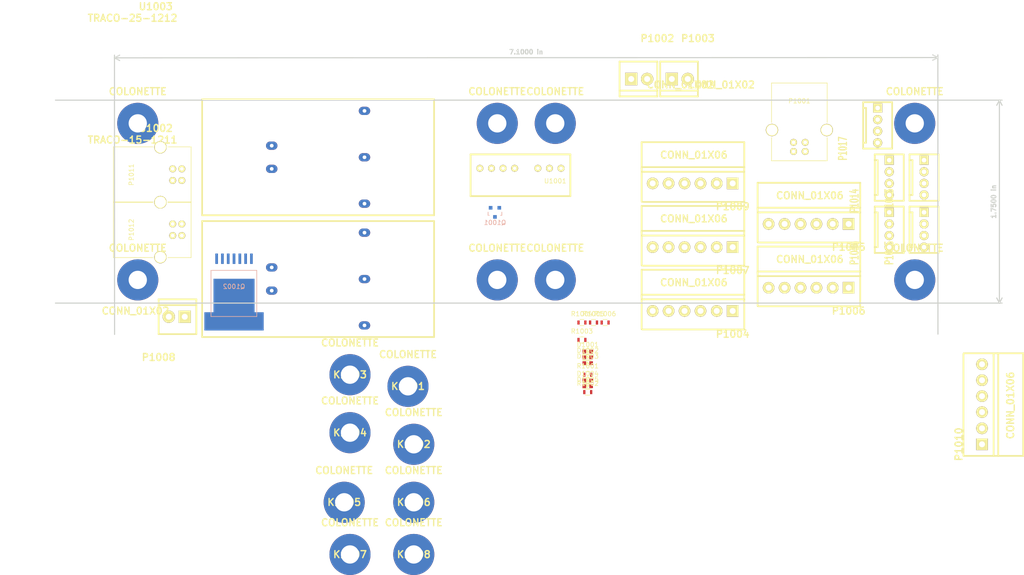
<source format=kicad_pcb>
(kicad_pcb (version 4) (host pcbnew 4.0.0-rc1-stable)

  (general
    (links 112)
    (no_connects 95)
    (area 54.979499 38.850499 235.533001 83.450501)
    (thickness 1.6)
    (drawings 7)
    (tracks 0)
    (zones 0)
    (modules 49)
    (nets 39)
  )

  (page A4)
  (title_block
    (title "MECHANICAL POWER BOARD")
    (rev V0-10)
    (company F4DEB)
  )

  (layers
    (0 F.Cu signal)
    (31 B.Cu signal)
    (32 B.Adhes user)
    (33 F.Adhes user)
    (34 B.Paste user)
    (35 F.Paste user)
    (36 B.SilkS user)
    (37 F.SilkS user)
    (38 B.Mask user)
    (39 F.Mask user)
    (40 Dwgs.User user)
    (41 Cmts.User user)
    (42 Eco1.User user)
    (43 Eco2.User user)
    (44 Edge.Cuts user)
  )

  (setup
    (last_trace_width 0.254)
    (user_trace_width 0.3)
    (user_trace_width 0.35)
    (user_trace_width 1)
    (user_trace_width 2)
    (user_trace_width 3)
    (user_trace_width 4)
    (trace_clearance 0.254)
    (zone_clearance 0.508)
    (zone_45_only no)
    (trace_min 0.254)
    (segment_width 0.2)
    (edge_width 0.15)
    (via_size 0.889)
    (via_drill 0.635)
    (via_min_size 0.889)
    (via_min_drill 0.508)
    (user_via 1.3 0.6)
    (uvia_size 0.508)
    (uvia_drill 0.127)
    (uvias_allowed no)
    (uvia_min_size 0.508)
    (uvia_min_drill 0.127)
    (pcb_text_width 0.4)
    (pcb_text_size 1.5 1.5)
    (mod_edge_width 0.3)
    (mod_text_size 1 1)
    (mod_text_width 0.15)
    (pad_size 1.99898 1.99898)
    (pad_drill 1)
    (pad_to_mask_clearance 0)
    (aux_axis_origin 0 0)
    (visible_elements 7FFEFFFF)
    (pcbplotparams
      (layerselection 0x01030_80000001)
      (usegerberextensions true)
      (excludeedgelayer true)
      (linewidth 0.200000)
      (plotframeref false)
      (viasonmask false)
      (mode 1)
      (useauxorigin false)
      (hpglpennumber 1)
      (hpglpenspeed 20)
      (hpglpendiameter 15)
      (hpglpenoverlay 2)
      (psnegative false)
      (psa4output false)
      (plotreference true)
      (plotvalue true)
      (plotinvisibletext false)
      (padsonsilk false)
      (subtractmaskfromsilk false)
      (outputformat 1)
      (mirror false)
      (drillshape 0)
      (scaleselection 1)
      (outputdirectory ""))
  )

  (net 0 "")
  (net 1 +5VD)
  (net 2 /SCL)
  (net 3 /SDA)
  (net 4 GND)
  (net 5 +3V3)
  (net 6 "Net-(K1-Pad1)")
  (net 7 "Net-(K2-Pad1)")
  (net 8 "Net-(K3-Pad1)")
  (net 9 "Net-(K4-Pad1)")
  (net 10 "Net-(K5-Pad1)")
  (net 11 "Net-(K6-Pad1)")
  (net 12 "Net-(K7-Pad1)")
  (net 13 "Net-(K8-Pad1)")
  (net 14 "Net-(D1001-Pad2)")
  (net 15 "Net-(D1002-Pad2)")
  (net 16 "Net-(D1003-Pad2)")
  (net 17 "Net-(D1004-Pad2)")
  (net 18 "Net-(D1005-Pad2)")
  (net 19 "Net-(K1001-Pad1)")
  (net 20 "Net-(K1002-Pad1)")
  (net 21 "Net-(K1003-Pad1)")
  (net 22 "Net-(K1004-Pad1)")
  (net 23 "Net-(K1005-Pad1)")
  (net 24 "Net-(K1006-Pad1)")
  (net 25 "Net-(K1007-Pad1)")
  (net 26 "Net-(K1008-Pad1)")
  (net 27 "Net-(P1001-Pad1)")
  (net 28 "Net-(P1001-Pad5)")
  (net 29 /emergency)
  (net 30 +5VA)
  (net 31 +12VA)
  (net 32 +9VA)
  (net 33 "Net-(P1008-Pad1)")
  (net 34 "Net-(P1008-Pad2)")
  (net 35 "Net-(P1011-Pad1)")
  (net 36 "Net-(P1011-Pad4)")
  (net 37 "Net-(Q1001-Pad2)")
  (net 38 "Net-(Q1001-Pad3)")

  (net_class Default "Ceci est la Netclass par défaut"
    (clearance 0.254)
    (trace_width 0.254)
    (via_dia 0.889)
    (via_drill 0.635)
    (uvia_dia 0.508)
    (uvia_drill 0.127)
    (add_net +12VA)
    (add_net +3V3)
    (add_net +5VA)
    (add_net +5VD)
    (add_net +9VA)
    (add_net /SCL)
    (add_net /SDA)
    (add_net /emergency)
    (add_net GND)
    (add_net "Net-(D1001-Pad2)")
    (add_net "Net-(D1002-Pad2)")
    (add_net "Net-(D1003-Pad2)")
    (add_net "Net-(D1004-Pad2)")
    (add_net "Net-(D1005-Pad2)")
    (add_net "Net-(K1-Pad1)")
    (add_net "Net-(K1001-Pad1)")
    (add_net "Net-(K1002-Pad1)")
    (add_net "Net-(K1003-Pad1)")
    (add_net "Net-(K1004-Pad1)")
    (add_net "Net-(K1005-Pad1)")
    (add_net "Net-(K1006-Pad1)")
    (add_net "Net-(K1007-Pad1)")
    (add_net "Net-(K1008-Pad1)")
    (add_net "Net-(K2-Pad1)")
    (add_net "Net-(K3-Pad1)")
    (add_net "Net-(K4-Pad1)")
    (add_net "Net-(K5-Pad1)")
    (add_net "Net-(K6-Pad1)")
    (add_net "Net-(K7-Pad1)")
    (add_net "Net-(K8-Pad1)")
    (add_net "Net-(P1001-Pad1)")
    (add_net "Net-(P1001-Pad5)")
    (add_net "Net-(P1008-Pad1)")
    (add_net "Net-(P1008-Pad2)")
    (add_net "Net-(P1011-Pad1)")
    (add_net "Net-(P1011-Pad4)")
    (add_net "Net-(Q1001-Pad2)")
    (add_net "Net-(Q1001-Pad3)")
  )

  (module COLONETTE locked (layer F.Cu) (tedit 55447988) (tstamp 55A4382C)
    (at 60.198 44.0055)
    (path /55A43292)
    (fp_text reference K1 (at 0 0) (layer F.SilkS)
      (effects (font (thickness 0.3048)))
    )
    (fp_text value COLONETTE (at 0 -6.985) (layer F.SilkS)
      (effects (font (thickness 0.3048)))
    )
    (pad 1 thru_hole circle (at 0 0) (size 8.99922 8.99922) (drill 4.0005) (layers *.Cu)
      (net 6 "Net-(K1-Pad1)"))
    (pad 1 thru_hole circle (at 0 0) (size 2 2) (drill 0.6) (layers *.Cu *.Mask F.SilkS)
      (net 6 "Net-(K1-Pad1)"))
    (model git-f4deb-cen-electronic-library/wings/Colonette1.wrl
      (at (xyz 0 0 0))
      (scale (xyz 1 1 1))
      (rotate (xyz 0 0 0))
    )
  )

  (module COLONETTE locked (layer F.Cu) (tedit 55447988) (tstamp 55A43832)
    (at 60.198 78.2955)
    (path /55A432A1)
    (fp_text reference K3 (at 0 0) (layer F.SilkS)
      (effects (font (thickness 0.3048)))
    )
    (fp_text value COLONETTE (at 0 -6.985) (layer F.SilkS)
      (effects (font (thickness 0.3048)))
    )
    (pad 1 thru_hole circle (at 0 0) (size 8.99922 8.99922) (drill 4.0005) (layers *.Cu)
      (net 8 "Net-(K3-Pad1)"))
    (pad 1 thru_hole circle (at 0 0) (size 2 2) (drill 0.6) (layers *.Cu *.Mask F.SilkS)
      (net 8 "Net-(K3-Pad1)"))
    (model git-f4deb-cen-electronic-library/wings/Colonette1.wrl
      (at (xyz 0 0 0))
      (scale (xyz 1 1 1))
      (rotate (xyz 0 0 0))
    )
  )

  (module COLONETTE locked (layer F.Cu) (tedit 55447988) (tstamp 55A43838)
    (at 138.938 44.0055)
    (path /55A432B0)
    (fp_text reference K5 (at 0 0) (layer F.SilkS)
      (effects (font (thickness 0.3048)))
    )
    (fp_text value COLONETTE (at 0 -6.985) (layer F.SilkS)
      (effects (font (thickness 0.3048)))
    )
    (pad 1 thru_hole circle (at 0 0) (size 8.99922 8.99922) (drill 4.0005) (layers *.Cu)
      (net 10 "Net-(K5-Pad1)"))
    (pad 1 thru_hole circle (at 0 0) (size 2 2) (drill 0.6) (layers *.Cu *.Mask F.SilkS)
      (net 10 "Net-(K5-Pad1)"))
    (model git-f4deb-cen-electronic-library/wings/Colonette1.wrl
      (at (xyz 0 0 0))
      (scale (xyz 1 1 1))
      (rotate (xyz 0 0 0))
    )
  )

  (module COLONETTE locked (layer F.Cu) (tedit 55447988) (tstamp 55A4383E)
    (at 138.938 78.2955)
    (path /55A432BF)
    (fp_text reference K7 (at 0 0) (layer F.SilkS)
      (effects (font (thickness 0.3048)))
    )
    (fp_text value COLONETTE (at 0 -6.985) (layer F.SilkS)
      (effects (font (thickness 0.3048)))
    )
    (pad 1 thru_hole circle (at 0 0) (size 8.99922 8.99922) (drill 4.0005) (layers *.Cu)
      (net 12 "Net-(K7-Pad1)"))
    (pad 1 thru_hole circle (at 0 0) (size 2 2) (drill 0.6) (layers *.Cu *.Mask F.SilkS)
      (net 12 "Net-(K7-Pad1)"))
    (model git-f4deb-cen-electronic-library/wings/Colonette1.wrl
      (at (xyz 0 0 0))
      (scale (xyz 1 1 1))
      (rotate (xyz 0 0 0))
    )
  )

  (module COLONETTE locked (layer F.Cu) (tedit 55447988) (tstamp 55A43844)
    (at 151.638 44.0055)
    (path /55A432CC)
    (fp_text reference K2 (at 0 0) (layer F.SilkS)
      (effects (font (thickness 0.3048)))
    )
    (fp_text value COLONETTE (at 0 -6.985) (layer F.SilkS)
      (effects (font (thickness 0.3048)))
    )
    (pad 1 thru_hole circle (at 0 0) (size 8.99922 8.99922) (drill 4.0005) (layers *.Cu)
      (net 7 "Net-(K2-Pad1)"))
    (pad 1 thru_hole circle (at 0 0) (size 2 2) (drill 0.6) (layers *.Cu *.Mask F.SilkS)
      (net 7 "Net-(K2-Pad1)"))
    (model git-f4deb-cen-electronic-library/wings/Colonette1.wrl
      (at (xyz 0 0 0))
      (scale (xyz 1 1 1))
      (rotate (xyz 0 0 0))
    )
  )

  (module COLONETTE locked (layer F.Cu) (tedit 55447988) (tstamp 55A4384A)
    (at 151.638 78.2955)
    (path /55A432D2)
    (fp_text reference K4 (at 0 0) (layer F.SilkS)
      (effects (font (thickness 0.3048)))
    )
    (fp_text value COLONETTE (at 0 -6.985) (layer F.SilkS)
      (effects (font (thickness 0.3048)))
    )
    (pad 1 thru_hole circle (at 0 0) (size 8.99922 8.99922) (drill 4.0005) (layers *.Cu)
      (net 9 "Net-(K4-Pad1)"))
    (pad 1 thru_hole circle (at 0 0) (size 2 2) (drill 0.6) (layers *.Cu *.Mask F.SilkS)
      (net 9 "Net-(K4-Pad1)"))
    (model git-f4deb-cen-electronic-library/wings/Colonette1.wrl
      (at (xyz 0 0 0))
      (scale (xyz 1 1 1))
      (rotate (xyz 0 0 0))
    )
  )

  (module COLONETTE locked (layer F.Cu) (tedit 55447988) (tstamp 55A43850)
    (at 230.378 44.0055)
    (path /55A432D8)
    (fp_text reference K6 (at 0 0) (layer F.SilkS)
      (effects (font (thickness 0.3048)))
    )
    (fp_text value COLONETTE (at 0 -6.985) (layer F.SilkS)
      (effects (font (thickness 0.3048)))
    )
    (pad 1 thru_hole circle (at 0 0) (size 8.99922 8.99922) (drill 4.0005) (layers *.Cu)
      (net 11 "Net-(K6-Pad1)"))
    (pad 1 thru_hole circle (at 0 0) (size 2 2) (drill 0.6) (layers *.Cu *.Mask F.SilkS)
      (net 11 "Net-(K6-Pad1)"))
    (model git-f4deb-cen-electronic-library/wings/Colonette1.wrl
      (at (xyz 0 0 0))
      (scale (xyz 1 1 1))
      (rotate (xyz 0 0 0))
    )
  )

  (module COLONETTE locked (layer F.Cu) (tedit 55447988) (tstamp 55A43856)
    (at 230.378 78.2955)
    (path /55A432DE)
    (fp_text reference K8 (at 0 0) (layer F.SilkS)
      (effects (font (thickness 0.3048)))
    )
    (fp_text value COLONETTE (at 0 -6.985) (layer F.SilkS)
      (effects (font (thickness 0.3048)))
    )
    (pad 1 thru_hole circle (at 0 0) (size 8.99922 8.99922) (drill 4.0005) (layers *.Cu)
      (net 13 "Net-(K8-Pad1)"))
    (pad 1 thru_hole circle (at 0 0) (size 2 2) (drill 0.6) (layers *.Cu *.Mask F.SilkS)
      (net 13 "Net-(K8-Pad1)"))
    (model git-f4deb-cen-electronic-library/wings/Colonette1.wrl
      (at (xyz 0 0 0))
      (scale (xyz 1 1 1))
      (rotate (xyz 0 0 0))
    )
  )

  (module LEDs:LED-0603 (layer F.Cu) (tedit 55BDE255) (tstamp 56CCC2D1)
    (at 158.75 93.98)
    (descr "LED 0603 smd package")
    (tags "LED led 0603 SMD smd SMT smt smdled SMDLED smtled SMTLED")
    (path /56C9E33F)
    (attr smd)
    (fp_text reference D1001 (at 0 -1.5) (layer F.SilkS)
      (effects (font (size 1 1) (thickness 0.15)))
    )
    (fp_text value LED (at 0 1.5) (layer F.Fab)
      (effects (font (size 1 1) (thickness 0.15)))
    )
    (fp_line (start -1.1 0.55) (end 0.8 0.55) (layer F.SilkS) (width 0.15))
    (fp_line (start -1.1 -0.55) (end 0.8 -0.55) (layer F.SilkS) (width 0.15))
    (fp_line (start -0.2 0) (end 0.25 0) (layer F.SilkS) (width 0.15))
    (fp_line (start -0.25 -0.25) (end -0.25 0.25) (layer F.SilkS) (width 0.15))
    (fp_line (start -0.25 0) (end 0 -0.25) (layer F.SilkS) (width 0.15))
    (fp_line (start 0 -0.25) (end 0 0.25) (layer F.SilkS) (width 0.15))
    (fp_line (start 0 0.25) (end -0.25 0) (layer F.SilkS) (width 0.15))
    (fp_line (start 1.4 -0.75) (end 1.4 0.75) (layer F.CrtYd) (width 0.05))
    (fp_line (start 1.4 0.75) (end -1.4 0.75) (layer F.CrtYd) (width 0.05))
    (fp_line (start -1.4 0.75) (end -1.4 -0.75) (layer F.CrtYd) (width 0.05))
    (fp_line (start -1.4 -0.75) (end 1.4 -0.75) (layer F.CrtYd) (width 0.05))
    (pad 2 smd rect (at 0.7493 0 180) (size 0.79756 0.79756) (layers F.Cu F.Paste F.Mask)
      (net 14 "Net-(D1001-Pad2)"))
    (pad 1 smd rect (at -0.7493 0 180) (size 0.79756 0.79756) (layers F.Cu F.Paste F.Mask)
      (net 4 GND))
  )

  (module LEDs:LED-0603 (layer F.Cu) (tedit 55BDE255) (tstamp 56CCC2D7)
    (at 158.75 95.25)
    (descr "LED 0603 smd package")
    (tags "LED led 0603 SMD smd SMT smt smdled SMDLED smtled SMTLED")
    (path /56C9E55D)
    (attr smd)
    (fp_text reference D1002 (at 0 -1.5) (layer F.SilkS)
      (effects (font (size 1 1) (thickness 0.15)))
    )
    (fp_text value LED (at 0 1.5) (layer F.Fab)
      (effects (font (size 1 1) (thickness 0.15)))
    )
    (fp_line (start -1.1 0.55) (end 0.8 0.55) (layer F.SilkS) (width 0.15))
    (fp_line (start -1.1 -0.55) (end 0.8 -0.55) (layer F.SilkS) (width 0.15))
    (fp_line (start -0.2 0) (end 0.25 0) (layer F.SilkS) (width 0.15))
    (fp_line (start -0.25 -0.25) (end -0.25 0.25) (layer F.SilkS) (width 0.15))
    (fp_line (start -0.25 0) (end 0 -0.25) (layer F.SilkS) (width 0.15))
    (fp_line (start 0 -0.25) (end 0 0.25) (layer F.SilkS) (width 0.15))
    (fp_line (start 0 0.25) (end -0.25 0) (layer F.SilkS) (width 0.15))
    (fp_line (start 1.4 -0.75) (end 1.4 0.75) (layer F.CrtYd) (width 0.05))
    (fp_line (start 1.4 0.75) (end -1.4 0.75) (layer F.CrtYd) (width 0.05))
    (fp_line (start -1.4 0.75) (end -1.4 -0.75) (layer F.CrtYd) (width 0.05))
    (fp_line (start -1.4 -0.75) (end 1.4 -0.75) (layer F.CrtYd) (width 0.05))
    (pad 2 smd rect (at 0.7493 0 180) (size 0.79756 0.79756) (layers F.Cu F.Paste F.Mask)
      (net 15 "Net-(D1002-Pad2)"))
    (pad 1 smd rect (at -0.7493 0 180) (size 0.79756 0.79756) (layers F.Cu F.Paste F.Mask)
      (net 4 GND))
  )

  (module LEDs:LED-0603 (layer F.Cu) (tedit 55BDE255) (tstamp 56CCC2DD)
    (at 158.75 96.52)
    (descr "LED 0603 smd package")
    (tags "LED led 0603 SMD smd SMT smt smdled SMDLED smtled SMTLED")
    (path /56C9E5EA)
    (attr smd)
    (fp_text reference D1003 (at 0 -1.5) (layer F.SilkS)
      (effects (font (size 1 1) (thickness 0.15)))
    )
    (fp_text value LED (at 0 1.5) (layer F.Fab)
      (effects (font (size 1 1) (thickness 0.15)))
    )
    (fp_line (start -1.1 0.55) (end 0.8 0.55) (layer F.SilkS) (width 0.15))
    (fp_line (start -1.1 -0.55) (end 0.8 -0.55) (layer F.SilkS) (width 0.15))
    (fp_line (start -0.2 0) (end 0.25 0) (layer F.SilkS) (width 0.15))
    (fp_line (start -0.25 -0.25) (end -0.25 0.25) (layer F.SilkS) (width 0.15))
    (fp_line (start -0.25 0) (end 0 -0.25) (layer F.SilkS) (width 0.15))
    (fp_line (start 0 -0.25) (end 0 0.25) (layer F.SilkS) (width 0.15))
    (fp_line (start 0 0.25) (end -0.25 0) (layer F.SilkS) (width 0.15))
    (fp_line (start 1.4 -0.75) (end 1.4 0.75) (layer F.CrtYd) (width 0.05))
    (fp_line (start 1.4 0.75) (end -1.4 0.75) (layer F.CrtYd) (width 0.05))
    (fp_line (start -1.4 0.75) (end -1.4 -0.75) (layer F.CrtYd) (width 0.05))
    (fp_line (start -1.4 -0.75) (end 1.4 -0.75) (layer F.CrtYd) (width 0.05))
    (pad 2 smd rect (at 0.7493 0 180) (size 0.79756 0.79756) (layers F.Cu F.Paste F.Mask)
      (net 16 "Net-(D1003-Pad2)"))
    (pad 1 smd rect (at -0.7493 0 180) (size 0.79756 0.79756) (layers F.Cu F.Paste F.Mask)
      (net 4 GND))
  )

  (module LEDs:LED-0603 (layer F.Cu) (tedit 55BDE255) (tstamp 56CCC2E3)
    (at 158.75 100.33)
    (descr "LED 0603 smd package")
    (tags "LED led 0603 SMD smd SMT smt smdled SMDLED smtled SMTLED")
    (path /56C9E62F)
    (attr smd)
    (fp_text reference D1004 (at 0 -1.5) (layer F.SilkS)
      (effects (font (size 1 1) (thickness 0.15)))
    )
    (fp_text value LED (at 0 1.5) (layer F.Fab)
      (effects (font (size 1 1) (thickness 0.15)))
    )
    (fp_line (start -1.1 0.55) (end 0.8 0.55) (layer F.SilkS) (width 0.15))
    (fp_line (start -1.1 -0.55) (end 0.8 -0.55) (layer F.SilkS) (width 0.15))
    (fp_line (start -0.2 0) (end 0.25 0) (layer F.SilkS) (width 0.15))
    (fp_line (start -0.25 -0.25) (end -0.25 0.25) (layer F.SilkS) (width 0.15))
    (fp_line (start -0.25 0) (end 0 -0.25) (layer F.SilkS) (width 0.15))
    (fp_line (start 0 -0.25) (end 0 0.25) (layer F.SilkS) (width 0.15))
    (fp_line (start 0 0.25) (end -0.25 0) (layer F.SilkS) (width 0.15))
    (fp_line (start 1.4 -0.75) (end 1.4 0.75) (layer F.CrtYd) (width 0.05))
    (fp_line (start 1.4 0.75) (end -1.4 0.75) (layer F.CrtYd) (width 0.05))
    (fp_line (start -1.4 0.75) (end -1.4 -0.75) (layer F.CrtYd) (width 0.05))
    (fp_line (start -1.4 -0.75) (end 1.4 -0.75) (layer F.CrtYd) (width 0.05))
    (pad 2 smd rect (at 0.7493 0 180) (size 0.79756 0.79756) (layers F.Cu F.Paste F.Mask)
      (net 17 "Net-(D1004-Pad2)"))
    (pad 1 smd rect (at -0.7493 0 180) (size 0.79756 0.79756) (layers F.Cu F.Paste F.Mask)
      (net 4 GND))
  )

  (module LEDs:LED-0603 (layer F.Cu) (tedit 55BDE255) (tstamp 56CCC2E9)
    (at 158.75 101.6)
    (descr "LED 0603 smd package")
    (tags "LED led 0603 SMD smd SMT smt smdled SMDLED smtled SMTLED")
    (path /56C9E64E)
    (attr smd)
    (fp_text reference D1005 (at 0 -1.5) (layer F.SilkS)
      (effects (font (size 1 1) (thickness 0.15)))
    )
    (fp_text value LED (at 0 1.5) (layer F.Fab)
      (effects (font (size 1 1) (thickness 0.15)))
    )
    (fp_line (start -1.1 0.55) (end 0.8 0.55) (layer F.SilkS) (width 0.15))
    (fp_line (start -1.1 -0.55) (end 0.8 -0.55) (layer F.SilkS) (width 0.15))
    (fp_line (start -0.2 0) (end 0.25 0) (layer F.SilkS) (width 0.15))
    (fp_line (start -0.25 -0.25) (end -0.25 0.25) (layer F.SilkS) (width 0.15))
    (fp_line (start -0.25 0) (end 0 -0.25) (layer F.SilkS) (width 0.15))
    (fp_line (start 0 -0.25) (end 0 0.25) (layer F.SilkS) (width 0.15))
    (fp_line (start 0 0.25) (end -0.25 0) (layer F.SilkS) (width 0.15))
    (fp_line (start 1.4 -0.75) (end 1.4 0.75) (layer F.CrtYd) (width 0.05))
    (fp_line (start 1.4 0.75) (end -1.4 0.75) (layer F.CrtYd) (width 0.05))
    (fp_line (start -1.4 0.75) (end -1.4 -0.75) (layer F.CrtYd) (width 0.05))
    (fp_line (start -1.4 -0.75) (end 1.4 -0.75) (layer F.CrtYd) (width 0.05))
    (pad 2 smd rect (at 0.7493 0 180) (size 0.79756 0.79756) (layers F.Cu F.Paste F.Mask)
      (net 18 "Net-(D1005-Pad2)"))
    (pad 1 smd rect (at -0.7493 0 180) (size 0.79756 0.79756) (layers F.Cu F.Paste F.Mask)
      (net 4 GND))
  )

  (module CEN-PCB:COLONETTE (layer F.Cu) (tedit 55447988) (tstamp 56CCC2EF)
    (at 119.38 101.6)
    (path /56CBD16F)
    (fp_text reference K1001 (at 0 0) (layer F.SilkS)
      (effects (font (thickness 0.3048)))
    )
    (fp_text value COLONETTE (at 0 -6.985) (layer F.SilkS)
      (effects (font (thickness 0.3048)))
    )
    (pad 1 thru_hole circle (at 0 0) (size 8.99922 8.99922) (drill 4.0005) (layers *.Cu)
      (net 19 "Net-(K1001-Pad1)"))
    (pad 1 thru_hole circle (at 0 0) (size 2 2) (drill 0.6) (layers *.Cu *.Mask F.SilkS)
      (net 19 "Net-(K1001-Pad1)"))
    (model ../../../git-f4deb-cen-electronic-library/wings/Colonette1.wrl
      (at (xyz 0 0 0))
      (scale (xyz 1 1 1))
      (rotate (xyz 0 0 0))
    )
  )

  (module CEN-PCB:COLONETTE (layer F.Cu) (tedit 55447988) (tstamp 56CCC2F5)
    (at 120.65 114.3)
    (path /56CBD1D4)
    (fp_text reference K1002 (at 0 0) (layer F.SilkS)
      (effects (font (thickness 0.3048)))
    )
    (fp_text value COLONETTE (at 0 -6.985) (layer F.SilkS)
      (effects (font (thickness 0.3048)))
    )
    (pad 1 thru_hole circle (at 0 0) (size 8.99922 8.99922) (drill 4.0005) (layers *.Cu)
      (net 20 "Net-(K1002-Pad1)"))
    (pad 1 thru_hole circle (at 0 0) (size 2 2) (drill 0.6) (layers *.Cu *.Mask F.SilkS)
      (net 20 "Net-(K1002-Pad1)"))
    (model ../../../git-f4deb-cen-electronic-library/wings/Colonette1.wrl
      (at (xyz 0 0 0))
      (scale (xyz 1 1 1))
      (rotate (xyz 0 0 0))
    )
  )

  (module CEN-PCB:COLONETTE (layer F.Cu) (tedit 55447988) (tstamp 56CCC2FB)
    (at 106.68 99.06)
    (path /56CBD55F)
    (fp_text reference K1003 (at 0 0) (layer F.SilkS)
      (effects (font (thickness 0.3048)))
    )
    (fp_text value COLONETTE (at 0 -6.985) (layer F.SilkS)
      (effects (font (thickness 0.3048)))
    )
    (pad 1 thru_hole circle (at 0 0) (size 8.99922 8.99922) (drill 4.0005) (layers *.Cu)
      (net 21 "Net-(K1003-Pad1)"))
    (pad 1 thru_hole circle (at 0 0) (size 2 2) (drill 0.6) (layers *.Cu *.Mask F.SilkS)
      (net 21 "Net-(K1003-Pad1)"))
    (model ../../../git-f4deb-cen-electronic-library/wings/Colonette1.wrl
      (at (xyz 0 0 0))
      (scale (xyz 1 1 1))
      (rotate (xyz 0 0 0))
    )
  )

  (module CEN-PCB:COLONETTE (layer F.Cu) (tedit 55447988) (tstamp 56CCC301)
    (at 106.68 111.76)
    (path /56CBD565)
    (fp_text reference K1004 (at 0 0) (layer F.SilkS)
      (effects (font (thickness 0.3048)))
    )
    (fp_text value COLONETTE (at 0 -6.985) (layer F.SilkS)
      (effects (font (thickness 0.3048)))
    )
    (pad 1 thru_hole circle (at 0 0) (size 8.99922 8.99922) (drill 4.0005) (layers *.Cu)
      (net 22 "Net-(K1004-Pad1)"))
    (pad 1 thru_hole circle (at 0 0) (size 2 2) (drill 0.6) (layers *.Cu *.Mask F.SilkS)
      (net 22 "Net-(K1004-Pad1)"))
    (model ../../../git-f4deb-cen-electronic-library/wings/Colonette1.wrl
      (at (xyz 0 0 0))
      (scale (xyz 1 1 1))
      (rotate (xyz 0 0 0))
    )
  )

  (module CEN-PCB:COLONETTE (layer F.Cu) (tedit 55447988) (tstamp 56CCC307)
    (at 105.41 127)
    (path /56CBD777)
    (fp_text reference K1005 (at 0 0) (layer F.SilkS)
      (effects (font (thickness 0.3048)))
    )
    (fp_text value COLONETTE (at 0 -6.985) (layer F.SilkS)
      (effects (font (thickness 0.3048)))
    )
    (pad 1 thru_hole circle (at 0 0) (size 8.99922 8.99922) (drill 4.0005) (layers *.Cu)
      (net 23 "Net-(K1005-Pad1)"))
    (pad 1 thru_hole circle (at 0 0) (size 2 2) (drill 0.6) (layers *.Cu *.Mask F.SilkS)
      (net 23 "Net-(K1005-Pad1)"))
    (model ../../../git-f4deb-cen-electronic-library/wings/Colonette1.wrl
      (at (xyz 0 0 0))
      (scale (xyz 1 1 1))
      (rotate (xyz 0 0 0))
    )
  )

  (module CEN-PCB:COLONETTE (layer F.Cu) (tedit 55447988) (tstamp 56CCC30D)
    (at 120.65 127)
    (path /56CBD77D)
    (fp_text reference K1006 (at 0 0) (layer F.SilkS)
      (effects (font (thickness 0.3048)))
    )
    (fp_text value COLONETTE (at 0 -6.985) (layer F.SilkS)
      (effects (font (thickness 0.3048)))
    )
    (pad 1 thru_hole circle (at 0 0) (size 8.99922 8.99922) (drill 4.0005) (layers *.Cu)
      (net 24 "Net-(K1006-Pad1)"))
    (pad 1 thru_hole circle (at 0 0) (size 2 2) (drill 0.6) (layers *.Cu *.Mask F.SilkS)
      (net 24 "Net-(K1006-Pad1)"))
    (model ../../../git-f4deb-cen-electronic-library/wings/Colonette1.wrl
      (at (xyz 0 0 0))
      (scale (xyz 1 1 1))
      (rotate (xyz 0 0 0))
    )
  )

  (module CEN-PCB:COLONETTE (layer F.Cu) (tedit 55447988) (tstamp 56CCC313)
    (at 106.68 138.43)
    (path /56CBD783)
    (fp_text reference K1007 (at 0 0) (layer F.SilkS)
      (effects (font (thickness 0.3048)))
    )
    (fp_text value COLONETTE (at 0 -6.985) (layer F.SilkS)
      (effects (font (thickness 0.3048)))
    )
    (pad 1 thru_hole circle (at 0 0) (size 8.99922 8.99922) (drill 4.0005) (layers *.Cu)
      (net 25 "Net-(K1007-Pad1)"))
    (pad 1 thru_hole circle (at 0 0) (size 2 2) (drill 0.6) (layers *.Cu *.Mask F.SilkS)
      (net 25 "Net-(K1007-Pad1)"))
    (model ../../../git-f4deb-cen-electronic-library/wings/Colonette1.wrl
      (at (xyz 0 0 0))
      (scale (xyz 1 1 1))
      (rotate (xyz 0 0 0))
    )
  )

  (module CEN-PCB:COLONETTE (layer F.Cu) (tedit 55447988) (tstamp 56CCC319)
    (at 120.65 138.43)
    (path /56CBD789)
    (fp_text reference K1008 (at 0 0) (layer F.SilkS)
      (effects (font (thickness 0.3048)))
    )
    (fp_text value COLONETTE (at 0 -6.985) (layer F.SilkS)
      (effects (font (thickness 0.3048)))
    )
    (pad 1 thru_hole circle (at 0 0) (size 8.99922 8.99922) (drill 4.0005) (layers *.Cu)
      (net 26 "Net-(K1008-Pad1)"))
    (pad 1 thru_hole circle (at 0 0) (size 2 2) (drill 0.6) (layers *.Cu *.Mask F.SilkS)
      (net 26 "Net-(K1008-Pad1)"))
    (model ../../../git-f4deb-cen-electronic-library/wings/Colonette1.wrl
      (at (xyz 0 0 0))
      (scale (xyz 1 1 1))
      (rotate (xyz 0 0 0))
    )
  )

  (module Connect:USB_B (layer F.Cu) (tedit 55B36073) (tstamp 56CCC323)
    (at 203.835 50.165 90)
    (descr "USB B connector")
    (tags "USB_B USB_DEV")
    (path /56C9F59E)
    (fp_text reference P1001 (at 11.049 1.27 180) (layer F.SilkS)
      (effects (font (size 1 1) (thickness 0.15)))
    )
    (fp_text value USB_A (at 4.699 1.27 180) (layer F.Fab)
      (effects (font (size 1 1) (thickness 0.15)))
    )
    (fp_line (start 15.25 8.9) (end -2.3 8.9) (layer F.CrtYd) (width 0.05))
    (fp_line (start -2.3 8.9) (end -2.3 -6.35) (layer F.CrtYd) (width 0.05))
    (fp_line (start -2.3 -6.35) (end 15.25 -6.35) (layer F.CrtYd) (width 0.05))
    (fp_line (start 15.25 -6.35) (end 15.25 8.9) (layer F.CrtYd) (width 0.05))
    (fp_line (start 6.35 7.366) (end 14.986 7.366) (layer F.SilkS) (width 0.15))
    (fp_line (start -2.032 7.366) (end 3.048 7.366) (layer F.SilkS) (width 0.15))
    (fp_line (start 6.35 -4.826) (end 14.986 -4.826) (layer F.SilkS) (width 0.15))
    (fp_line (start -2.032 -4.826) (end 3.048 -4.826) (layer F.SilkS) (width 0.15))
    (fp_line (start 14.986 -4.826) (end 14.986 7.366) (layer F.SilkS) (width 0.15))
    (fp_line (start -2.032 7.366) (end -2.032 -4.826) (layer F.SilkS) (width 0.15))
    (pad 2 thru_hole circle (at 0 2.54) (size 1.524 1.524) (drill 0.8128) (layers *.Cu *.Mask F.SilkS))
    (pad 1 thru_hole circle (at 0 0) (size 1.524 1.524) (drill 0.8128) (layers *.Cu *.Mask F.SilkS)
      (net 27 "Net-(P1001-Pad1)"))
    (pad 4 thru_hole circle (at 1.99898 0) (size 1.524 1.524) (drill 0.8128) (layers *.Cu *.Mask F.SilkS)
      (net 4 GND))
    (pad 3 thru_hole circle (at 1.99898 2.54) (size 1.524 1.524) (drill 0.8128) (layers *.Cu *.Mask F.SilkS))
    (pad 5 thru_hole circle (at 4.699 7.26948) (size 2.70002 2.70002) (drill 2.30124) (layers *.Cu *.Mask F.SilkS)
      (net 28 "Net-(P1001-Pad5)"))
    (pad 5 thru_hole circle (at 4.699 -4.72948) (size 2.70002 2.70002) (drill 2.30124) (layers *.Cu *.Mask F.SilkS)
      (net 28 "Net-(P1001-Pad5)"))
    (model Connect.3dshapes/USB_B.wrl
      (at (xyz 0.185 -0.05 0.001))
      (scale (xyz 0.3937 0.3937 0.3937))
      (rotate (xyz 0 0 -90))
    )
  )

  (module CEN-PCB:WEIDMULLER-2 (layer F.Cu) (tedit 4C0422E4) (tstamp 56CCC329)
    (at 173.99 30.48)
    (descr "Bornier d'alimentation 2 pins")
    (tags DEV)
    (path /56C9F35C)
    (fp_text reference P1002 (at 0 -5.08) (layer F.SilkS)
      (effects (font (thickness 0.3048)))
    )
    (fp_text value CONN_01X02 (at 5.08 5.08) (layer F.SilkS)
      (effects (font (thickness 0.3048)))
    )
    (fp_line (start -8.255 0) (end 0 0) (layer F.SilkS) (width 0.381))
    (fp_line (start -8.255 7.62) (end 0 7.62) (layer F.SilkS) (width 0.381))
    (fp_line (start -8.255 6.35) (end 0 6.35) (layer F.SilkS) (width 0.381))
    (fp_line (start 0 7.62) (end 0 0) (layer F.SilkS) (width 0.381))
    (fp_line (start -8.255 7.62) (end -8.255 0) (layer F.SilkS) (width 0.381))
    (fp_line (start -8.255 0) (end -8.255 7.62) (layer F.SilkS) (width 0.3048))
    (pad 1 thru_hole rect (at -5.715 3.81) (size 2.70002 2.70002) (drill 1.30048) (layers *.Cu *.Mask F.SilkS)
      (net 27 "Net-(P1001-Pad1)"))
    (pad 2 thru_hole circle (at -2.2225 3.81) (size 2.70002 2.70002) (drill 1.30048) (layers *.Cu *.Mask F.SilkS)
      (net 29 /emergency))
    (model device/bornier_2.wrl
      (at (xyz 0 0 0))
      (scale (xyz 1 1 1))
      (rotate (xyz 0 0 0))
    )
  )

  (module CEN-PCB:WEIDMULLER-2 (layer F.Cu) (tedit 4C0422E4) (tstamp 56CCC32F)
    (at 182.88 30.48)
    (descr "Bornier d'alimentation 2 pins")
    (tags DEV)
    (path /56C9F6B9)
    (fp_text reference P1003 (at 0 -5.08) (layer F.SilkS)
      (effects (font (thickness 0.3048)))
    )
    (fp_text value CONN_01X02 (at 5.08 5.08) (layer F.SilkS)
      (effects (font (thickness 0.3048)))
    )
    (fp_line (start -8.255 0) (end 0 0) (layer F.SilkS) (width 0.381))
    (fp_line (start -8.255 7.62) (end 0 7.62) (layer F.SilkS) (width 0.381))
    (fp_line (start -8.255 6.35) (end 0 6.35) (layer F.SilkS) (width 0.381))
    (fp_line (start 0 7.62) (end 0 0) (layer F.SilkS) (width 0.381))
    (fp_line (start -8.255 7.62) (end -8.255 0) (layer F.SilkS) (width 0.381))
    (fp_line (start -8.255 0) (end -8.255 7.62) (layer F.SilkS) (width 0.3048))
    (pad 1 thru_hole rect (at -5.715 3.81) (size 2.70002 2.70002) (drill 1.30048) (layers *.Cu *.Mask F.SilkS)
      (net 29 /emergency))
    (pad 2 thru_hole circle (at -2.2225 3.81) (size 2.70002 2.70002) (drill 1.30048) (layers *.Cu *.Mask F.SilkS)
      (net 1 +5VD))
    (model device/bornier_2.wrl
      (at (xyz 0 0 0))
      (scale (xyz 1 1 1))
      (rotate (xyz 0 0 0))
    )
  )

  (module CEN-PCB:WEIDMULLER-6 (layer F.Cu) (tedit 4C54602A) (tstamp 56CCC339)
    (at 190.5 85.09 180)
    (descr "Bornier d'alimentation 2 pins")
    (tags DEV)
    (path /56CBAF2A)
    (fp_text reference P1004 (at 0 -5.08 180) (layer F.SilkS)
      (effects (font (thickness 0.3048)))
    )
    (fp_text value CONN_01X06 (at 8.509 6.223 180) (layer F.SilkS)
      (effects (font (thickness 0.3048)))
    )
    (fp_line (start 19.939 9.017) (end -2.54 9.017) (layer F.SilkS) (width 0.381))
    (fp_line (start 19.812 -4.064) (end -2.54 -4.064) (layer F.SilkS) (width 0.381))
    (fp_line (start 19.304 2.54) (end 19.812 2.54) (layer F.SilkS) (width 0.381))
    (fp_line (start 19.558 2.54) (end -2.286 2.54) (layer F.SilkS) (width 0.381))
    (fp_line (start -2.286 2.54) (end -2.54 2.54) (layer F.SilkS) (width 0.381))
    (fp_line (start 19.812 3.556) (end -2.54 3.556) (layer F.SilkS) (width 0.381))
    (fp_line (start -2.54 3.556) (end -2.54 9.017) (layer F.SilkS) (width 0.381))
    (fp_line (start 19.939 9.017) (end 19.939 3.175) (layer F.SilkS) (width 0.381))
    (fp_line (start 19.939 -4.0005) (end 19.939 3.4925) (layer F.SilkS) (width 0.381))
    (fp_line (start -2.54 -4.0005) (end -2.54 3.4925) (layer F.SilkS) (width 0.381))
    (pad 1 thru_hole rect (at 0 0 180) (size 2.54 2.54) (drill 1.30048) (layers *.Cu *.Mask F.SilkS)
      (net 4 GND))
    (pad 2 thru_hole circle (at 3.4925 0 180) (size 2.54 2.54) (drill 1.30048) (layers *.Cu *.Mask F.SilkS)
      (net 5 +3V3))
    (pad 3 thru_hole circle (at 7.0485 0 180) (size 2.54 2.54) (drill 1.30048) (layers *.Cu *.Mask F.SilkS)
      (net 1 +5VD))
    (pad 4 thru_hole circle (at 10.541 0 180) (size 2.54 2.54) (drill 1.30048) (layers *.Cu *.Mask F.SilkS)
      (net 30 +5VA))
    (pad 5 thru_hole circle (at 14.0335 0 180) (size 2.54 2.54) (drill 1.30048) (layers *.Cu *.Mask F.SilkS)
      (net 31 +12VA))
    (pad 6 thru_hole circle (at 17.526 0 180) (size 2.54 2.54) (drill 1.30048) (layers *.Cu *.Mask F.SilkS)
      (net 32 +9VA))
    (model ../../../git-f4deb-cen-electronic-library/wings/weidmuller-6.wrl
      (at (xyz 0 0 0))
      (scale (xyz 1 1 1))
      (rotate (xyz 0 0 0))
    )
  )

  (module CEN-PCB:WEIDMULLER-6 (layer F.Cu) (tedit 4C54602A) (tstamp 56CCC343)
    (at 215.9 66.04 180)
    (descr "Bornier d'alimentation 2 pins")
    (tags DEV)
    (path /56CBBC72)
    (fp_text reference P1005 (at 0 -5.08 180) (layer F.SilkS)
      (effects (font (thickness 0.3048)))
    )
    (fp_text value CONN_01X06 (at 8.509 6.223 180) (layer F.SilkS)
      (effects (font (thickness 0.3048)))
    )
    (fp_line (start 19.939 9.017) (end -2.54 9.017) (layer F.SilkS) (width 0.381))
    (fp_line (start 19.812 -4.064) (end -2.54 -4.064) (layer F.SilkS) (width 0.381))
    (fp_line (start 19.304 2.54) (end 19.812 2.54) (layer F.SilkS) (width 0.381))
    (fp_line (start 19.558 2.54) (end -2.286 2.54) (layer F.SilkS) (width 0.381))
    (fp_line (start -2.286 2.54) (end -2.54 2.54) (layer F.SilkS) (width 0.381))
    (fp_line (start 19.812 3.556) (end -2.54 3.556) (layer F.SilkS) (width 0.381))
    (fp_line (start -2.54 3.556) (end -2.54 9.017) (layer F.SilkS) (width 0.381))
    (fp_line (start 19.939 9.017) (end 19.939 3.175) (layer F.SilkS) (width 0.381))
    (fp_line (start 19.939 -4.0005) (end 19.939 3.4925) (layer F.SilkS) (width 0.381))
    (fp_line (start -2.54 -4.0005) (end -2.54 3.4925) (layer F.SilkS) (width 0.381))
    (pad 1 thru_hole rect (at 0 0 180) (size 2.54 2.54) (drill 1.30048) (layers *.Cu *.Mask F.SilkS)
      (net 4 GND))
    (pad 2 thru_hole circle (at 3.4925 0 180) (size 2.54 2.54) (drill 1.30048) (layers *.Cu *.Mask F.SilkS)
      (net 5 +3V3))
    (pad 3 thru_hole circle (at 7.0485 0 180) (size 2.54 2.54) (drill 1.30048) (layers *.Cu *.Mask F.SilkS)
      (net 1 +5VD))
    (pad 4 thru_hole circle (at 10.541 0 180) (size 2.54 2.54) (drill 1.30048) (layers *.Cu *.Mask F.SilkS)
      (net 30 +5VA))
    (pad 5 thru_hole circle (at 14.0335 0 180) (size 2.54 2.54) (drill 1.30048) (layers *.Cu *.Mask F.SilkS)
      (net 31 +12VA))
    (pad 6 thru_hole circle (at 17.526 0 180) (size 2.54 2.54) (drill 1.30048) (layers *.Cu *.Mask F.SilkS)
      (net 32 +9VA))
    (model ../../../git-f4deb-cen-electronic-library/wings/weidmuller-6.wrl
      (at (xyz 0 0 0))
      (scale (xyz 1 1 1))
      (rotate (xyz 0 0 0))
    )
  )

  (module CEN-PCB:WEIDMULLER-6 (layer F.Cu) (tedit 4C54602A) (tstamp 56CCC34D)
    (at 215.9 80.01 180)
    (descr "Bornier d'alimentation 2 pins")
    (tags DEV)
    (path /56CBBE82)
    (fp_text reference P1006 (at 0 -5.08 180) (layer F.SilkS)
      (effects (font (thickness 0.3048)))
    )
    (fp_text value CONN_01X06 (at 8.509 6.223 180) (layer F.SilkS)
      (effects (font (thickness 0.3048)))
    )
    (fp_line (start 19.939 9.017) (end -2.54 9.017) (layer F.SilkS) (width 0.381))
    (fp_line (start 19.812 -4.064) (end -2.54 -4.064) (layer F.SilkS) (width 0.381))
    (fp_line (start 19.304 2.54) (end 19.812 2.54) (layer F.SilkS) (width 0.381))
    (fp_line (start 19.558 2.54) (end -2.286 2.54) (layer F.SilkS) (width 0.381))
    (fp_line (start -2.286 2.54) (end -2.54 2.54) (layer F.SilkS) (width 0.381))
    (fp_line (start 19.812 3.556) (end -2.54 3.556) (layer F.SilkS) (width 0.381))
    (fp_line (start -2.54 3.556) (end -2.54 9.017) (layer F.SilkS) (width 0.381))
    (fp_line (start 19.939 9.017) (end 19.939 3.175) (layer F.SilkS) (width 0.381))
    (fp_line (start 19.939 -4.0005) (end 19.939 3.4925) (layer F.SilkS) (width 0.381))
    (fp_line (start -2.54 -4.0005) (end -2.54 3.4925) (layer F.SilkS) (width 0.381))
    (pad 1 thru_hole rect (at 0 0 180) (size 2.54 2.54) (drill 1.30048) (layers *.Cu *.Mask F.SilkS)
      (net 4 GND))
    (pad 2 thru_hole circle (at 3.4925 0 180) (size 2.54 2.54) (drill 1.30048) (layers *.Cu *.Mask F.SilkS)
      (net 5 +3V3))
    (pad 3 thru_hole circle (at 7.0485 0 180) (size 2.54 2.54) (drill 1.30048) (layers *.Cu *.Mask F.SilkS)
      (net 1 +5VD))
    (pad 4 thru_hole circle (at 10.541 0 180) (size 2.54 2.54) (drill 1.30048) (layers *.Cu *.Mask F.SilkS)
      (net 30 +5VA))
    (pad 5 thru_hole circle (at 14.0335 0 180) (size 2.54 2.54) (drill 1.30048) (layers *.Cu *.Mask F.SilkS)
      (net 31 +12VA))
    (pad 6 thru_hole circle (at 17.526 0 180) (size 2.54 2.54) (drill 1.30048) (layers *.Cu *.Mask F.SilkS)
      (net 32 +9VA))
    (model ../../../git-f4deb-cen-electronic-library/wings/weidmuller-6.wrl
      (at (xyz 0 0 0))
      (scale (xyz 1 1 1))
      (rotate (xyz 0 0 0))
    )
  )

  (module CEN-PCB:WEIDMULLER-6 (layer F.Cu) (tedit 4C54602A) (tstamp 56CCC357)
    (at 190.5 71.12 180)
    (descr "Bornier d'alimentation 2 pins")
    (tags DEV)
    (path /56CBBEB8)
    (fp_text reference P1007 (at 0 -5.08 180) (layer F.SilkS)
      (effects (font (thickness 0.3048)))
    )
    (fp_text value CONN_01X06 (at 8.509 6.223 180) (layer F.SilkS)
      (effects (font (thickness 0.3048)))
    )
    (fp_line (start 19.939 9.017) (end -2.54 9.017) (layer F.SilkS) (width 0.381))
    (fp_line (start 19.812 -4.064) (end -2.54 -4.064) (layer F.SilkS) (width 0.381))
    (fp_line (start 19.304 2.54) (end 19.812 2.54) (layer F.SilkS) (width 0.381))
    (fp_line (start 19.558 2.54) (end -2.286 2.54) (layer F.SilkS) (width 0.381))
    (fp_line (start -2.286 2.54) (end -2.54 2.54) (layer F.SilkS) (width 0.381))
    (fp_line (start 19.812 3.556) (end -2.54 3.556) (layer F.SilkS) (width 0.381))
    (fp_line (start -2.54 3.556) (end -2.54 9.017) (layer F.SilkS) (width 0.381))
    (fp_line (start 19.939 9.017) (end 19.939 3.175) (layer F.SilkS) (width 0.381))
    (fp_line (start 19.939 -4.0005) (end 19.939 3.4925) (layer F.SilkS) (width 0.381))
    (fp_line (start -2.54 -4.0005) (end -2.54 3.4925) (layer F.SilkS) (width 0.381))
    (pad 1 thru_hole rect (at 0 0 180) (size 2.54 2.54) (drill 1.30048) (layers *.Cu *.Mask F.SilkS)
      (net 4 GND))
    (pad 2 thru_hole circle (at 3.4925 0 180) (size 2.54 2.54) (drill 1.30048) (layers *.Cu *.Mask F.SilkS)
      (net 5 +3V3))
    (pad 3 thru_hole circle (at 7.0485 0 180) (size 2.54 2.54) (drill 1.30048) (layers *.Cu *.Mask F.SilkS)
      (net 1 +5VD))
    (pad 4 thru_hole circle (at 10.541 0 180) (size 2.54 2.54) (drill 1.30048) (layers *.Cu *.Mask F.SilkS)
      (net 30 +5VA))
    (pad 5 thru_hole circle (at 14.0335 0 180) (size 2.54 2.54) (drill 1.30048) (layers *.Cu *.Mask F.SilkS)
      (net 31 +12VA))
    (pad 6 thru_hole circle (at 17.526 0 180) (size 2.54 2.54) (drill 1.30048) (layers *.Cu *.Mask F.SilkS)
      (net 32 +9VA))
    (model ../../../git-f4deb-cen-electronic-library/wings/weidmuller-6.wrl
      (at (xyz 0 0 0))
      (scale (xyz 1 1 1))
      (rotate (xyz 0 0 0))
    )
  )

  (module CEN-PCB:WEIDMULLER-2 (layer F.Cu) (tedit 4C0422E4) (tstamp 56CCC35D)
    (at 64.77 90.17 180)
    (descr "Bornier d'alimentation 2 pins")
    (tags DEV)
    (path /56CB8D24)
    (fp_text reference P1008 (at 0 -5.08 180) (layer F.SilkS)
      (effects (font (thickness 0.3048)))
    )
    (fp_text value CONN_01X02 (at 5.08 5.08 180) (layer F.SilkS)
      (effects (font (thickness 0.3048)))
    )
    (fp_line (start -8.255 0) (end 0 0) (layer F.SilkS) (width 0.381))
    (fp_line (start -8.255 7.62) (end 0 7.62) (layer F.SilkS) (width 0.381))
    (fp_line (start -8.255 6.35) (end 0 6.35) (layer F.SilkS) (width 0.381))
    (fp_line (start 0 7.62) (end 0 0) (layer F.SilkS) (width 0.381))
    (fp_line (start -8.255 7.62) (end -8.255 0) (layer F.SilkS) (width 0.381))
    (fp_line (start -8.255 0) (end -8.255 7.62) (layer F.SilkS) (width 0.3048))
    (pad 1 thru_hole rect (at -5.715 3.81 180) (size 2.70002 2.70002) (drill 1.30048) (layers *.Cu *.Mask F.SilkS)
      (net 33 "Net-(P1008-Pad1)"))
    (pad 2 thru_hole circle (at -2.2225 3.81 180) (size 2.70002 2.70002) (drill 1.30048) (layers *.Cu *.Mask F.SilkS)
      (net 34 "Net-(P1008-Pad2)"))
    (model device/bornier_2.wrl
      (at (xyz 0 0 0))
      (scale (xyz 1 1 1))
      (rotate (xyz 0 0 0))
    )
  )

  (module CEN-PCB:WEIDMULLER-6 (layer F.Cu) (tedit 4C54602A) (tstamp 56CCC367)
    (at 190.5 57.15 180)
    (descr "Bornier d'alimentation 2 pins")
    (tags DEV)
    (path /56CBC0C6)
    (fp_text reference P1009 (at 0 -5.08 180) (layer F.SilkS)
      (effects (font (thickness 0.3048)))
    )
    (fp_text value CONN_01X06 (at 8.509 6.223 180) (layer F.SilkS)
      (effects (font (thickness 0.3048)))
    )
    (fp_line (start 19.939 9.017) (end -2.54 9.017) (layer F.SilkS) (width 0.381))
    (fp_line (start 19.812 -4.064) (end -2.54 -4.064) (layer F.SilkS) (width 0.381))
    (fp_line (start 19.304 2.54) (end 19.812 2.54) (layer F.SilkS) (width 0.381))
    (fp_line (start 19.558 2.54) (end -2.286 2.54) (layer F.SilkS) (width 0.381))
    (fp_line (start -2.286 2.54) (end -2.54 2.54) (layer F.SilkS) (width 0.381))
    (fp_line (start 19.812 3.556) (end -2.54 3.556) (layer F.SilkS) (width 0.381))
    (fp_line (start -2.54 3.556) (end -2.54 9.017) (layer F.SilkS) (width 0.381))
    (fp_line (start 19.939 9.017) (end 19.939 3.175) (layer F.SilkS) (width 0.381))
    (fp_line (start 19.939 -4.0005) (end 19.939 3.4925) (layer F.SilkS) (width 0.381))
    (fp_line (start -2.54 -4.0005) (end -2.54 3.4925) (layer F.SilkS) (width 0.381))
    (pad 1 thru_hole rect (at 0 0 180) (size 2.54 2.54) (drill 1.30048) (layers *.Cu *.Mask F.SilkS)
      (net 4 GND))
    (pad 2 thru_hole circle (at 3.4925 0 180) (size 2.54 2.54) (drill 1.30048) (layers *.Cu *.Mask F.SilkS)
      (net 5 +3V3))
    (pad 3 thru_hole circle (at 7.0485 0 180) (size 2.54 2.54) (drill 1.30048) (layers *.Cu *.Mask F.SilkS)
      (net 1 +5VD))
    (pad 4 thru_hole circle (at 10.541 0 180) (size 2.54 2.54) (drill 1.30048) (layers *.Cu *.Mask F.SilkS)
      (net 30 +5VA))
    (pad 5 thru_hole circle (at 14.0335 0 180) (size 2.54 2.54) (drill 1.30048) (layers *.Cu *.Mask F.SilkS)
      (net 31 +12VA))
    (pad 6 thru_hole circle (at 17.526 0 180) (size 2.54 2.54) (drill 1.30048) (layers *.Cu *.Mask F.SilkS)
      (net 32 +9VA))
    (model ../../../git-f4deb-cen-electronic-library/wings/weidmuller-6.wrl
      (at (xyz 0 0 0))
      (scale (xyz 1 1 1))
      (rotate (xyz 0 0 0))
    )
  )

  (module CEN-PCB:WEIDMULLER-6 (layer F.Cu) (tedit 4C54602A) (tstamp 56CCC371)
    (at 245.11 114.3 90)
    (descr "Bornier d'alimentation 2 pins")
    (tags DEV)
    (path /56CBC0FC)
    (fp_text reference P1010 (at 0 -5.08 90) (layer F.SilkS)
      (effects (font (thickness 0.3048)))
    )
    (fp_text value CONN_01X06 (at 8.509 6.223 90) (layer F.SilkS)
      (effects (font (thickness 0.3048)))
    )
    (fp_line (start 19.939 9.017) (end -2.54 9.017) (layer F.SilkS) (width 0.381))
    (fp_line (start 19.812 -4.064) (end -2.54 -4.064) (layer F.SilkS) (width 0.381))
    (fp_line (start 19.304 2.54) (end 19.812 2.54) (layer F.SilkS) (width 0.381))
    (fp_line (start 19.558 2.54) (end -2.286 2.54) (layer F.SilkS) (width 0.381))
    (fp_line (start -2.286 2.54) (end -2.54 2.54) (layer F.SilkS) (width 0.381))
    (fp_line (start 19.812 3.556) (end -2.54 3.556) (layer F.SilkS) (width 0.381))
    (fp_line (start -2.54 3.556) (end -2.54 9.017) (layer F.SilkS) (width 0.381))
    (fp_line (start 19.939 9.017) (end 19.939 3.175) (layer F.SilkS) (width 0.381))
    (fp_line (start 19.939 -4.0005) (end 19.939 3.4925) (layer F.SilkS) (width 0.381))
    (fp_line (start -2.54 -4.0005) (end -2.54 3.4925) (layer F.SilkS) (width 0.381))
    (pad 1 thru_hole rect (at 0 0 90) (size 2.54 2.54) (drill 1.30048) (layers *.Cu *.Mask F.SilkS)
      (net 4 GND))
    (pad 2 thru_hole circle (at 3.4925 0 90) (size 2.54 2.54) (drill 1.30048) (layers *.Cu *.Mask F.SilkS)
      (net 5 +3V3))
    (pad 3 thru_hole circle (at 7.0485 0 90) (size 2.54 2.54) (drill 1.30048) (layers *.Cu *.Mask F.SilkS)
      (net 1 +5VD))
    (pad 4 thru_hole circle (at 10.541 0 90) (size 2.54 2.54) (drill 1.30048) (layers *.Cu *.Mask F.SilkS)
      (net 30 +5VA))
    (pad 5 thru_hole circle (at 14.0335 0 90) (size 2.54 2.54) (drill 1.30048) (layers *.Cu *.Mask F.SilkS)
      (net 31 +12VA))
    (pad 6 thru_hole circle (at 17.526 0 90) (size 2.54 2.54) (drill 1.30048) (layers *.Cu *.Mask F.SilkS)
      (net 32 +9VA))
    (model ../../../git-f4deb-cen-electronic-library/wings/weidmuller-6.wrl
      (at (xyz 0 0 0))
      (scale (xyz 1 1 1))
      (rotate (xyz 0 0 0))
    )
  )

  (module Connect:USB_B (layer F.Cu) (tedit 55B36073) (tstamp 56CCC37B)
    (at 69.85 56.515 180)
    (descr "USB B connector")
    (tags "USB_B USB_DEV")
    (path /56CB885B)
    (fp_text reference P1011 (at 11.049 1.27 270) (layer F.SilkS)
      (effects (font (size 1 1) (thickness 0.15)))
    )
    (fp_text value USB_A (at 4.699 1.27 270) (layer F.Fab)
      (effects (font (size 1 1) (thickness 0.15)))
    )
    (fp_line (start 15.25 8.9) (end -2.3 8.9) (layer F.CrtYd) (width 0.05))
    (fp_line (start -2.3 8.9) (end -2.3 -6.35) (layer F.CrtYd) (width 0.05))
    (fp_line (start -2.3 -6.35) (end 15.25 -6.35) (layer F.CrtYd) (width 0.05))
    (fp_line (start 15.25 -6.35) (end 15.25 8.9) (layer F.CrtYd) (width 0.05))
    (fp_line (start 6.35 7.366) (end 14.986 7.366) (layer F.SilkS) (width 0.15))
    (fp_line (start -2.032 7.366) (end 3.048 7.366) (layer F.SilkS) (width 0.15))
    (fp_line (start 6.35 -4.826) (end 14.986 -4.826) (layer F.SilkS) (width 0.15))
    (fp_line (start -2.032 -4.826) (end 3.048 -4.826) (layer F.SilkS) (width 0.15))
    (fp_line (start 14.986 -4.826) (end 14.986 7.366) (layer F.SilkS) (width 0.15))
    (fp_line (start -2.032 7.366) (end -2.032 -4.826) (layer F.SilkS) (width 0.15))
    (pad 2 thru_hole circle (at 0 2.54 90) (size 1.524 1.524) (drill 0.8128) (layers *.Cu *.Mask F.SilkS))
    (pad 1 thru_hole circle (at 0 0 90) (size 1.524 1.524) (drill 0.8128) (layers *.Cu *.Mask F.SilkS)
      (net 35 "Net-(P1011-Pad1)"))
    (pad 4 thru_hole circle (at 1.99898 0 90) (size 1.524 1.524) (drill 0.8128) (layers *.Cu *.Mask F.SilkS)
      (net 36 "Net-(P1011-Pad4)"))
    (pad 3 thru_hole circle (at 1.99898 2.54 90) (size 1.524 1.524) (drill 0.8128) (layers *.Cu *.Mask F.SilkS))
    (pad 5 thru_hole circle (at 4.699 7.26948 90) (size 2.70002 2.70002) (drill 2.30124) (layers *.Cu *.Mask F.SilkS)
      (net 4 GND))
    (pad 5 thru_hole circle (at 4.699 -4.72948 90) (size 2.70002 2.70002) (drill 2.30124) (layers *.Cu *.Mask F.SilkS)
      (net 4 GND))
    (model Connect.3dshapes/USB_B.wrl
      (at (xyz 0.185 -0.05 0.001))
      (scale (xyz 0.3937 0.3937 0.3937))
      (rotate (xyz 0 0 -90))
    )
  )

  (module Connect:USB_B (layer F.Cu) (tedit 55B36073) (tstamp 56CCC385)
    (at 69.85 68.58 180)
    (descr "USB B connector")
    (tags "USB_B USB_DEV")
    (path /56CB893E)
    (fp_text reference P1012 (at 11.049 1.27 270) (layer F.SilkS)
      (effects (font (size 1 1) (thickness 0.15)))
    )
    (fp_text value USB_A (at 4.699 1.27 270) (layer F.Fab)
      (effects (font (size 1 1) (thickness 0.15)))
    )
    (fp_line (start 15.25 8.9) (end -2.3 8.9) (layer F.CrtYd) (width 0.05))
    (fp_line (start -2.3 8.9) (end -2.3 -6.35) (layer F.CrtYd) (width 0.05))
    (fp_line (start -2.3 -6.35) (end 15.25 -6.35) (layer F.CrtYd) (width 0.05))
    (fp_line (start 15.25 -6.35) (end 15.25 8.9) (layer F.CrtYd) (width 0.05))
    (fp_line (start 6.35 7.366) (end 14.986 7.366) (layer F.SilkS) (width 0.15))
    (fp_line (start -2.032 7.366) (end 3.048 7.366) (layer F.SilkS) (width 0.15))
    (fp_line (start 6.35 -4.826) (end 14.986 -4.826) (layer F.SilkS) (width 0.15))
    (fp_line (start -2.032 -4.826) (end 3.048 -4.826) (layer F.SilkS) (width 0.15))
    (fp_line (start 14.986 -4.826) (end 14.986 7.366) (layer F.SilkS) (width 0.15))
    (fp_line (start -2.032 7.366) (end -2.032 -4.826) (layer F.SilkS) (width 0.15))
    (pad 2 thru_hole circle (at 0 2.54 90) (size 1.524 1.524) (drill 0.8128) (layers *.Cu *.Mask F.SilkS))
    (pad 1 thru_hole circle (at 0 0 90) (size 1.524 1.524) (drill 0.8128) (layers *.Cu *.Mask F.SilkS)
      (net 36 "Net-(P1011-Pad4)"))
    (pad 4 thru_hole circle (at 1.99898 0 90) (size 1.524 1.524) (drill 0.8128) (layers *.Cu *.Mask F.SilkS)
      (net 4 GND))
    (pad 3 thru_hole circle (at 1.99898 2.54 90) (size 1.524 1.524) (drill 0.8128) (layers *.Cu *.Mask F.SilkS))
    (pad 5 thru_hole circle (at 4.699 7.26948 90) (size 2.70002 2.70002) (drill 2.30124) (layers *.Cu *.Mask F.SilkS)
      (net 4 GND))
    (pad 5 thru_hole circle (at 4.699 -4.72948 90) (size 2.70002 2.70002) (drill 2.30124) (layers *.Cu *.Mask F.SilkS)
      (net 4 GND))
    (model Connect.3dshapes/USB_B.wrl
      (at (xyz 0.185 -0.05 0.001))
      (scale (xyz 0.3937 0.3937 0.3937))
      (rotate (xyz 0 0 -90))
    )
  )

  (module 4deb-mod-library:KK-4 (layer F.Cu) (tedit 4A107EDD) (tstamp 56CCC38D)
    (at 232.41 59.69 90)
    (descr "Connecteur 4 pibs")
    (tags "CONN DEV")
    (path /56CBCF93)
    (fp_text reference P1013 (at -1.27 -7.62 90) (layer F.SilkS)
      (effects (font (size 1.73482 1.08712) (thickness 0.27178)))
    )
    (fp_text value CONN_01X04 (at -5.08 -5.08 90) (layer F.SilkS) hide
      (effects (font (size 1.524 1.016) (thickness 0.3048)))
    )
    (fp_line (start 7.62 -3.175) (end 7.62 -2.54) (layer F.SilkS) (width 0.381))
    (fp_line (start 7.62 -2.54) (end 0 -2.54) (layer F.SilkS) (width 0.381))
    (fp_line (start 0 -2.54) (end 0 -3.175) (layer F.SilkS) (width 0.381))
    (fp_line (start -1.27 3.175) (end 8.89 3.175) (layer F.SilkS) (width 0.381))
    (fp_line (start 8.89 3.175) (end 8.89 -3.175) (layer F.SilkS) (width 0.381))
    (fp_line (start 8.89 -3.175) (end -1.27 -3.175) (layer F.SilkS) (width 0.381))
    (fp_line (start -1.27 -3.175) (end -1.27 3.175) (layer F.SilkS) (width 0.381))
    (pad 1 thru_hole rect (at 7.62 0 90) (size 1.99898 1.99898) (drill 1.00076) (layers *.Cu *.Mask F.SilkS)
      (net 4 GND))
    (pad 2 thru_hole circle (at 5.08 0 90) (size 1.99898 1.99898) (drill 1.00076) (layers *.Cu *.Mask F.SilkS)
      (net 1 +5VD))
    (pad 3 thru_hole circle (at 2.54 0 90) (size 1.99898 1.99898) (drill 1.00076) (layers *.Cu *.Mask F.SilkS)
      (net 2 /SCL))
    (pad 4 thru_hole circle (at 0 0 90) (size 1.99898 1.99898) (drill 1.00076) (layers *.Cu *.Mask F.SilkS)
      (net 3 /SDA))
    (model git-f4deb-cen-electronic-library/wings/KK-4.wrl
      (at (xyz 0 0 0))
      (scale (xyz 1 1 1))
      (rotate (xyz 0 0 0))
    )
  )

  (module 4deb-mod-library:KK-4 (layer F.Cu) (tedit 4A107EDD) (tstamp 56CCC395)
    (at 224.79 59.69 90)
    (descr "Connecteur 4 pibs")
    (tags "CONN DEV")
    (path /56CBCE80)
    (fp_text reference P1014 (at -1.27 -7.62 90) (layer F.SilkS)
      (effects (font (size 1.73482 1.08712) (thickness 0.27178)))
    )
    (fp_text value CONN_01X04 (at -5.08 -5.08 90) (layer F.SilkS) hide
      (effects (font (size 1.524 1.016) (thickness 0.3048)))
    )
    (fp_line (start 7.62 -3.175) (end 7.62 -2.54) (layer F.SilkS) (width 0.381))
    (fp_line (start 7.62 -2.54) (end 0 -2.54) (layer F.SilkS) (width 0.381))
    (fp_line (start 0 -2.54) (end 0 -3.175) (layer F.SilkS) (width 0.381))
    (fp_line (start -1.27 3.175) (end 8.89 3.175) (layer F.SilkS) (width 0.381))
    (fp_line (start 8.89 3.175) (end 8.89 -3.175) (layer F.SilkS) (width 0.381))
    (fp_line (start 8.89 -3.175) (end -1.27 -3.175) (layer F.SilkS) (width 0.381))
    (fp_line (start -1.27 -3.175) (end -1.27 3.175) (layer F.SilkS) (width 0.381))
    (pad 1 thru_hole rect (at 7.62 0 90) (size 1.99898 1.99898) (drill 1.00076) (layers *.Cu *.Mask F.SilkS)
      (net 4 GND))
    (pad 2 thru_hole circle (at 5.08 0 90) (size 1.99898 1.99898) (drill 1.00076) (layers *.Cu *.Mask F.SilkS)
      (net 1 +5VD))
    (pad 3 thru_hole circle (at 2.54 0 90) (size 1.99898 1.99898) (drill 1.00076) (layers *.Cu *.Mask F.SilkS)
      (net 2 /SCL))
    (pad 4 thru_hole circle (at 0 0 90) (size 1.99898 1.99898) (drill 1.00076) (layers *.Cu *.Mask F.SilkS)
      (net 3 /SDA))
    (model git-f4deb-cen-electronic-library/wings/KK-4.wrl
      (at (xyz 0 0 0))
      (scale (xyz 1 1 1))
      (rotate (xyz 0 0 0))
    )
  )

  (module 4deb-mod-library:KK-4 (layer F.Cu) (tedit 4A107EDD) (tstamp 56CCC39D)
    (at 232.41 71.12 90)
    (descr "Connecteur 4 pibs")
    (tags "CONN DEV")
    (path /56CBCE9A)
    (fp_text reference P1015 (at -1.27 -7.62 90) (layer F.SilkS)
      (effects (font (size 1.73482 1.08712) (thickness 0.27178)))
    )
    (fp_text value CONN_01X04 (at -5.08 -5.08 90) (layer F.SilkS) hide
      (effects (font (size 1.524 1.016) (thickness 0.3048)))
    )
    (fp_line (start 7.62 -3.175) (end 7.62 -2.54) (layer F.SilkS) (width 0.381))
    (fp_line (start 7.62 -2.54) (end 0 -2.54) (layer F.SilkS) (width 0.381))
    (fp_line (start 0 -2.54) (end 0 -3.175) (layer F.SilkS) (width 0.381))
    (fp_line (start -1.27 3.175) (end 8.89 3.175) (layer F.SilkS) (width 0.381))
    (fp_line (start 8.89 3.175) (end 8.89 -3.175) (layer F.SilkS) (width 0.381))
    (fp_line (start 8.89 -3.175) (end -1.27 -3.175) (layer F.SilkS) (width 0.381))
    (fp_line (start -1.27 -3.175) (end -1.27 3.175) (layer F.SilkS) (width 0.381))
    (pad 1 thru_hole rect (at 7.62 0 90) (size 1.99898 1.99898) (drill 1.00076) (layers *.Cu *.Mask F.SilkS)
      (net 4 GND))
    (pad 2 thru_hole circle (at 5.08 0 90) (size 1.99898 1.99898) (drill 1.00076) (layers *.Cu *.Mask F.SilkS)
      (net 1 +5VD))
    (pad 3 thru_hole circle (at 2.54 0 90) (size 1.99898 1.99898) (drill 1.00076) (layers *.Cu *.Mask F.SilkS)
      (net 2 /SCL))
    (pad 4 thru_hole circle (at 0 0 90) (size 1.99898 1.99898) (drill 1.00076) (layers *.Cu *.Mask F.SilkS)
      (net 3 /SDA))
    (model git-f4deb-cen-electronic-library/wings/KK-4.wrl
      (at (xyz 0 0 0))
      (scale (xyz 1 1 1))
      (rotate (xyz 0 0 0))
    )
  )

  (module 4deb-mod-library:KK-4 (layer F.Cu) (tedit 4A107EDD) (tstamp 56CCC3A5)
    (at 224.79 71.12 90)
    (descr "Connecteur 4 pibs")
    (tags "CONN DEV")
    (path /56CBC16C)
    (fp_text reference P1016 (at -1.27 -7.62 90) (layer F.SilkS)
      (effects (font (size 1.73482 1.08712) (thickness 0.27178)))
    )
    (fp_text value CONN_01X04 (at -5.08 -5.08 90) (layer F.SilkS) hide
      (effects (font (size 1.524 1.016) (thickness 0.3048)))
    )
    (fp_line (start 7.62 -3.175) (end 7.62 -2.54) (layer F.SilkS) (width 0.381))
    (fp_line (start 7.62 -2.54) (end 0 -2.54) (layer F.SilkS) (width 0.381))
    (fp_line (start 0 -2.54) (end 0 -3.175) (layer F.SilkS) (width 0.381))
    (fp_line (start -1.27 3.175) (end 8.89 3.175) (layer F.SilkS) (width 0.381))
    (fp_line (start 8.89 3.175) (end 8.89 -3.175) (layer F.SilkS) (width 0.381))
    (fp_line (start 8.89 -3.175) (end -1.27 -3.175) (layer F.SilkS) (width 0.381))
    (fp_line (start -1.27 -3.175) (end -1.27 3.175) (layer F.SilkS) (width 0.381))
    (pad 1 thru_hole rect (at 7.62 0 90) (size 1.99898 1.99898) (drill 1.00076) (layers *.Cu *.Mask F.SilkS)
      (net 4 GND))
    (pad 2 thru_hole circle (at 5.08 0 90) (size 1.99898 1.99898) (drill 1.00076) (layers *.Cu *.Mask F.SilkS)
      (net 1 +5VD))
    (pad 3 thru_hole circle (at 2.54 0 90) (size 1.99898 1.99898) (drill 1.00076) (layers *.Cu *.Mask F.SilkS)
      (net 2 /SCL))
    (pad 4 thru_hole circle (at 0 0 90) (size 1.99898 1.99898) (drill 1.00076) (layers *.Cu *.Mask F.SilkS)
      (net 3 /SDA))
    (model git-f4deb-cen-electronic-library/wings/KK-4.wrl
      (at (xyz 0 0 0))
      (scale (xyz 1 1 1))
      (rotate (xyz 0 0 0))
    )
  )

  (module 4deb-mod-library:KK-4 (layer F.Cu) (tedit 4A107EDD) (tstamp 56CCC3AD)
    (at 222.25 48.26 90)
    (descr "Connecteur 4 pibs")
    (tags "CONN DEV")
    (path /56CBCD50)
    (fp_text reference P1017 (at -1.27 -7.62 90) (layer F.SilkS)
      (effects (font (size 1.73482 1.08712) (thickness 0.27178)))
    )
    (fp_text value CONN_01X04 (at -5.08 -5.08 90) (layer F.SilkS) hide
      (effects (font (size 1.524 1.016) (thickness 0.3048)))
    )
    (fp_line (start 7.62 -3.175) (end 7.62 -2.54) (layer F.SilkS) (width 0.381))
    (fp_line (start 7.62 -2.54) (end 0 -2.54) (layer F.SilkS) (width 0.381))
    (fp_line (start 0 -2.54) (end 0 -3.175) (layer F.SilkS) (width 0.381))
    (fp_line (start -1.27 3.175) (end 8.89 3.175) (layer F.SilkS) (width 0.381))
    (fp_line (start 8.89 3.175) (end 8.89 -3.175) (layer F.SilkS) (width 0.381))
    (fp_line (start 8.89 -3.175) (end -1.27 -3.175) (layer F.SilkS) (width 0.381))
    (fp_line (start -1.27 -3.175) (end -1.27 3.175) (layer F.SilkS) (width 0.381))
    (pad 1 thru_hole rect (at 7.62 0 90) (size 1.99898 1.99898) (drill 1.00076) (layers *.Cu *.Mask F.SilkS)
      (net 4 GND))
    (pad 2 thru_hole circle (at 5.08 0 90) (size 1.99898 1.99898) (drill 1.00076) (layers *.Cu *.Mask F.SilkS)
      (net 1 +5VD))
    (pad 3 thru_hole circle (at 2.54 0 90) (size 1.99898 1.99898) (drill 1.00076) (layers *.Cu *.Mask F.SilkS)
      (net 2 /SCL))
    (pad 4 thru_hole circle (at 0 0 90) (size 1.99898 1.99898) (drill 1.00076) (layers *.Cu *.Mask F.SilkS)
      (net 3 /SDA))
    (model git-f4deb-cen-electronic-library/wings/KK-4.wrl
      (at (xyz 0 0 0))
      (scale (xyz 1 1 1))
      (rotate (xyz 0 0 0))
    )
  )

  (module TO_SOT_Packages_SMD:SOT-23 (layer B.Cu) (tedit 553634F8) (tstamp 56CCC3B4)
    (at 138.43 63.5)
    (descr "SOT-23, Standard")
    (tags SOT-23)
    (path /56CB9D10)
    (attr smd)
    (fp_text reference Q1001 (at 0 2.25) (layer B.SilkS)
      (effects (font (size 1 1) (thickness 0.15)) (justify mirror))
    )
    (fp_text value BCW65B (at 0 -2.3) (layer B.Fab)
      (effects (font (size 1 1) (thickness 0.15)) (justify mirror))
    )
    (fp_line (start -1.65 1.6) (end 1.65 1.6) (layer B.CrtYd) (width 0.05))
    (fp_line (start 1.65 1.6) (end 1.65 -1.6) (layer B.CrtYd) (width 0.05))
    (fp_line (start 1.65 -1.6) (end -1.65 -1.6) (layer B.CrtYd) (width 0.05))
    (fp_line (start -1.65 -1.6) (end -1.65 1.6) (layer B.CrtYd) (width 0.05))
    (fp_line (start 1.29916 0.65024) (end 1.2509 0.65024) (layer B.SilkS) (width 0.15))
    (fp_line (start -1.49982 -0.0508) (end -1.49982 0.65024) (layer B.SilkS) (width 0.15))
    (fp_line (start -1.49982 0.65024) (end -1.2509 0.65024) (layer B.SilkS) (width 0.15))
    (fp_line (start 1.29916 0.65024) (end 1.49982 0.65024) (layer B.SilkS) (width 0.15))
    (fp_line (start 1.49982 0.65024) (end 1.49982 -0.0508) (layer B.SilkS) (width 0.15))
    (pad 1 smd rect (at -0.95 -1.00076) (size 0.8001 0.8001) (layers B.Cu B.Paste B.Mask)
      (net 4 GND))
    (pad 2 smd rect (at 0.95 -1.00076) (size 0.8001 0.8001) (layers B.Cu B.Paste B.Mask)
      (net 37 "Net-(Q1001-Pad2)"))
    (pad 3 smd rect (at 0 0.99822) (size 0.8001 0.8001) (layers B.Cu B.Paste B.Mask)
      (net 38 "Net-(Q1001-Pad3)"))
    (model TO_SOT_Packages_SMD.3dshapes/SOT-23.wrl
      (at (xyz 0 0 0))
      (scale (xyz 1 1 1))
      (rotate (xyz 0 0 0))
    )
  )

  (module 4deb-mod-library:PG-TO220-7-4 (layer B.Cu) (tedit 55C237B2) (tstamp 56CCC3C1)
    (at 81.28 73.66)
    (path /56CB80AE)
    (attr smd)
    (fp_text reference Q1002 (at 0 6.096) (layer B.SilkS)
      (effects (font (size 1 1) (thickness 0.15)) (justify mirror))
    )
    (fp_text value BTS50055 (at 0 4.064) (layer B.Fab)
      (effects (font (size 1 1) (thickness 0.15)) (justify mirror))
    )
    (fp_line (start 4.9784 2.54) (end -5.0419 2.54) (layer B.SilkS) (width 0.15))
    (fp_line (start -5.0419 12.6492) (end 4.9784 12.6492) (layer B.SilkS) (width 0.15))
    (fp_line (start -5.0419 12.6492) (end -5.0419 2.54) (layer B.SilkS) (width 0.15))
    (fp_line (start 4.9784 2.54) (end 4.9784 12.6492) (layer B.SilkS) (width 0.15))
    (pad 3 smd rect (at -1.27 0) (size 0.6 2.286) (layers B.Cu B.Paste B.Mask)
      (net 38 "Net-(Q1001-Pad3)"))
    (pad 4 smd rect (at 0 13.716) (size 13 4) (layers B.Cu B.Paste B.Mask)
      (net 35 "Net-(P1011-Pad1)"))
    (pad 5 smd rect (at 1.27 0) (size 0.6 2.286) (layers B.Cu B.Paste B.Mask))
    (pad 4 smd rect (at 0 0) (size 0.6 2.286) (layers B.Cu B.Paste B.Mask)
      (net 35 "Net-(P1011-Pad1)"))
    (pad 2 smd rect (at -2.54 0) (size 0.6 2.286) (layers B.Cu B.Paste B.Mask)
      (net 34 "Net-(P1008-Pad2)"))
    (pad 6 smd rect (at 2.54 0) (size 0.6 2.286) (layers B.Cu B.Paste B.Mask)
      (net 34 "Net-(P1008-Pad2)"))
    (pad 7 smd rect (at 3.81 0) (size 0.6 2.286) (layers B.Cu B.Paste B.Mask)
      (net 34 "Net-(P1008-Pad2)"))
    (pad 1 smd rect (at -3.81 0) (size 0.6 2.286) (layers B.Cu B.Paste B.Mask)
      (net 34 "Net-(P1008-Pad2)"))
    (pad 4 smd rect (at 0 8.382) (size 9 8) (layers B.Cu B.Paste B.Mask)
      (net 35 "Net-(P1011-Pad1)"))
  )

  (module Resistors_SMD:R_0603 (layer F.Cu) (tedit 5415CC62) (tstamp 56CCC3C7)
    (at 158.75 99.06)
    (descr "Resistor SMD 0603, reflow soldering, Vishay (see dcrcw.pdf)")
    (tags "resistor 0603")
    (path /56C9E803)
    (attr smd)
    (fp_text reference R1001 (at 0 -1.9) (layer F.SilkS)
      (effects (font (size 1 1) (thickness 0.15)))
    )
    (fp_text value R (at 0 1.9) (layer F.Fab)
      (effects (font (size 1 1) (thickness 0.15)))
    )
    (fp_line (start -1.3 -0.8) (end 1.3 -0.8) (layer F.CrtYd) (width 0.05))
    (fp_line (start -1.3 0.8) (end 1.3 0.8) (layer F.CrtYd) (width 0.05))
    (fp_line (start -1.3 -0.8) (end -1.3 0.8) (layer F.CrtYd) (width 0.05))
    (fp_line (start 1.3 -0.8) (end 1.3 0.8) (layer F.CrtYd) (width 0.05))
    (fp_line (start 0.5 0.675) (end -0.5 0.675) (layer F.SilkS) (width 0.15))
    (fp_line (start -0.5 -0.675) (end 0.5 -0.675) (layer F.SilkS) (width 0.15))
    (pad 1 smd rect (at -0.75 0) (size 0.5 0.9) (layers F.Cu F.Paste F.Mask)
      (net 5 +3V3))
    (pad 2 smd rect (at 0.75 0) (size 0.5 0.9) (layers F.Cu F.Paste F.Mask)
      (net 14 "Net-(D1001-Pad2)"))
    (model Resistors_SMD.3dshapes/R_0603.wrl
      (at (xyz 0 0 0))
      (scale (xyz 1 1 1))
      (rotate (xyz 0 0 0))
    )
  )

  (module Resistors_SMD:R_0603 (layer F.Cu) (tedit 5415CC62) (tstamp 56CCC3CD)
    (at 158.75 102.87)
    (descr "Resistor SMD 0603, reflow soldering, Vishay (see dcrcw.pdf)")
    (tags "resistor 0603")
    (path /56C9E89A)
    (attr smd)
    (fp_text reference R1002 (at 0 -1.9) (layer F.SilkS)
      (effects (font (size 1 1) (thickness 0.15)))
    )
    (fp_text value R (at 0 1.9) (layer F.Fab)
      (effects (font (size 1 1) (thickness 0.15)))
    )
    (fp_line (start -1.3 -0.8) (end 1.3 -0.8) (layer F.CrtYd) (width 0.05))
    (fp_line (start -1.3 0.8) (end 1.3 0.8) (layer F.CrtYd) (width 0.05))
    (fp_line (start -1.3 -0.8) (end -1.3 0.8) (layer F.CrtYd) (width 0.05))
    (fp_line (start 1.3 -0.8) (end 1.3 0.8) (layer F.CrtYd) (width 0.05))
    (fp_line (start 0.5 0.675) (end -0.5 0.675) (layer F.SilkS) (width 0.15))
    (fp_line (start -0.5 -0.675) (end 0.5 -0.675) (layer F.SilkS) (width 0.15))
    (pad 1 smd rect (at -0.75 0) (size 0.5 0.9) (layers F.Cu F.Paste F.Mask)
      (net 1 +5VD))
    (pad 2 smd rect (at 0.75 0) (size 0.5 0.9) (layers F.Cu F.Paste F.Mask)
      (net 15 "Net-(D1002-Pad2)"))
    (model Resistors_SMD.3dshapes/R_0603.wrl
      (at (xyz 0 0 0))
      (scale (xyz 1 1 1))
      (rotate (xyz 0 0 0))
    )
  )

  (module Resistors_SMD:R_0603 (layer F.Cu) (tedit 5415CC62) (tstamp 56CCC3D3)
    (at 157.48 91.44)
    (descr "Resistor SMD 0603, reflow soldering, Vishay (see dcrcw.pdf)")
    (tags "resistor 0603")
    (path /56C9E8DB)
    (attr smd)
    (fp_text reference R1003 (at 0 -1.9) (layer F.SilkS)
      (effects (font (size 1 1) (thickness 0.15)))
    )
    (fp_text value R (at 0 1.9) (layer F.Fab)
      (effects (font (size 1 1) (thickness 0.15)))
    )
    (fp_line (start -1.3 -0.8) (end 1.3 -0.8) (layer F.CrtYd) (width 0.05))
    (fp_line (start -1.3 0.8) (end 1.3 0.8) (layer F.CrtYd) (width 0.05))
    (fp_line (start -1.3 -0.8) (end -1.3 0.8) (layer F.CrtYd) (width 0.05))
    (fp_line (start 1.3 -0.8) (end 1.3 0.8) (layer F.CrtYd) (width 0.05))
    (fp_line (start 0.5 0.675) (end -0.5 0.675) (layer F.SilkS) (width 0.15))
    (fp_line (start -0.5 -0.675) (end 0.5 -0.675) (layer F.SilkS) (width 0.15))
    (pad 1 smd rect (at -0.75 0) (size 0.5 0.9) (layers F.Cu F.Paste F.Mask)
      (net 30 +5VA))
    (pad 2 smd rect (at 0.75 0) (size 0.5 0.9) (layers F.Cu F.Paste F.Mask)
      (net 16 "Net-(D1003-Pad2)"))
    (model Resistors_SMD.3dshapes/R_0603.wrl
      (at (xyz 0 0 0))
      (scale (xyz 1 1 1))
      (rotate (xyz 0 0 0))
    )
  )

  (module Resistors_SMD:R_0603 (layer F.Cu) (tedit 5415CC62) (tstamp 56CCC3D9)
    (at 157.48 87.63)
    (descr "Resistor SMD 0603, reflow soldering, Vishay (see dcrcw.pdf)")
    (tags "resistor 0603")
    (path /56C9E920)
    (attr smd)
    (fp_text reference R1004 (at 0 -1.9) (layer F.SilkS)
      (effects (font (size 1 1) (thickness 0.15)))
    )
    (fp_text value R (at 0 1.9) (layer F.Fab)
      (effects (font (size 1 1) (thickness 0.15)))
    )
    (fp_line (start -1.3 -0.8) (end 1.3 -0.8) (layer F.CrtYd) (width 0.05))
    (fp_line (start -1.3 0.8) (end 1.3 0.8) (layer F.CrtYd) (width 0.05))
    (fp_line (start -1.3 -0.8) (end -1.3 0.8) (layer F.CrtYd) (width 0.05))
    (fp_line (start 1.3 -0.8) (end 1.3 0.8) (layer F.CrtYd) (width 0.05))
    (fp_line (start 0.5 0.675) (end -0.5 0.675) (layer F.SilkS) (width 0.15))
    (fp_line (start -0.5 -0.675) (end 0.5 -0.675) (layer F.SilkS) (width 0.15))
    (pad 1 smd rect (at -0.75 0) (size 0.5 0.9) (layers F.Cu F.Paste F.Mask)
      (net 31 +12VA))
    (pad 2 smd rect (at 0.75 0) (size 0.5 0.9) (layers F.Cu F.Paste F.Mask)
      (net 17 "Net-(D1004-Pad2)"))
    (model Resistors_SMD.3dshapes/R_0603.wrl
      (at (xyz 0 0 0))
      (scale (xyz 1 1 1))
      (rotate (xyz 0 0 0))
    )
  )

  (module Resistors_SMD:R_0603 (layer F.Cu) (tedit 5415CC62) (tstamp 56CCC3DF)
    (at 160.02 87.63)
    (descr "Resistor SMD 0603, reflow soldering, Vishay (see dcrcw.pdf)")
    (tags "resistor 0603")
    (path /56C9E9B1)
    (attr smd)
    (fp_text reference R1005 (at 0 -1.9) (layer F.SilkS)
      (effects (font (size 1 1) (thickness 0.15)))
    )
    (fp_text value R (at 0 1.9) (layer F.Fab)
      (effects (font (size 1 1) (thickness 0.15)))
    )
    (fp_line (start -1.3 -0.8) (end 1.3 -0.8) (layer F.CrtYd) (width 0.05))
    (fp_line (start -1.3 0.8) (end 1.3 0.8) (layer F.CrtYd) (width 0.05))
    (fp_line (start -1.3 -0.8) (end -1.3 0.8) (layer F.CrtYd) (width 0.05))
    (fp_line (start 1.3 -0.8) (end 1.3 0.8) (layer F.CrtYd) (width 0.05))
    (fp_line (start 0.5 0.675) (end -0.5 0.675) (layer F.SilkS) (width 0.15))
    (fp_line (start -0.5 -0.675) (end 0.5 -0.675) (layer F.SilkS) (width 0.15))
    (pad 1 smd rect (at -0.75 0) (size 0.5 0.9) (layers F.Cu F.Paste F.Mask)
      (net 32 +9VA))
    (pad 2 smd rect (at 0.75 0) (size 0.5 0.9) (layers F.Cu F.Paste F.Mask)
      (net 18 "Net-(D1005-Pad2)"))
    (model Resistors_SMD.3dshapes/R_0603.wrl
      (at (xyz 0 0 0))
      (scale (xyz 1 1 1))
      (rotate (xyz 0 0 0))
    )
  )

  (module Resistors_SMD:R_0603 (layer F.Cu) (tedit 5415CC62) (tstamp 56CCC3E5)
    (at 162.56 87.63)
    (descr "Resistor SMD 0603, reflow soldering, Vishay (see dcrcw.pdf)")
    (tags "resistor 0603")
    (path /56CBA160)
    (attr smd)
    (fp_text reference R1006 (at 0 -1.9) (layer F.SilkS)
      (effects (font (size 1 1) (thickness 0.15)))
    )
    (fp_text value R (at 0 1.9) (layer F.Fab)
      (effects (font (size 1 1) (thickness 0.15)))
    )
    (fp_line (start -1.3 -0.8) (end 1.3 -0.8) (layer F.CrtYd) (width 0.05))
    (fp_line (start -1.3 0.8) (end 1.3 0.8) (layer F.CrtYd) (width 0.05))
    (fp_line (start -1.3 -0.8) (end -1.3 0.8) (layer F.CrtYd) (width 0.05))
    (fp_line (start 1.3 -0.8) (end 1.3 0.8) (layer F.CrtYd) (width 0.05))
    (fp_line (start 0.5 0.675) (end -0.5 0.675) (layer F.SilkS) (width 0.15))
    (fp_line (start -0.5 -0.675) (end 0.5 -0.675) (layer F.SilkS) (width 0.15))
    (pad 1 smd rect (at -0.75 0) (size 0.5 0.9) (layers F.Cu F.Paste F.Mask)
      (net 29 /emergency))
    (pad 2 smd rect (at 0.75 0) (size 0.5 0.9) (layers F.Cu F.Paste F.Mask)
      (net 37 "Net-(Q1001-Pad2)"))
    (model Resistors_SMD.3dshapes/R_0603.wrl
      (at (xyz 0 0 0))
      (scale (xyz 1 1 1))
      (rotate (xyz 0 0 0))
    )
  )

  (module CEN-PCB:TRACO-15-1211 (layer F.Cu) (tedit 4A54F54B) (tstamp 56CCC3FE)
    (at 89.535 75.565)
    (path /56CB7DA5)
    (fp_text reference U1002 (at -25.4 -30.48) (layer F.SilkS)
      (effects (font (thickness 0.3048)))
    )
    (fp_text value TRACO-15-1211 (at -30.48 -27.94) (layer F.SilkS)
      (effects (font (thickness 0.3048)))
    )
    (fp_line (start -15.24 15.24) (end 35.56 15.24) (layer F.SilkS) (width 0.381))
    (fp_line (start 35.56 15.24) (end 35.56 -10.16) (layer F.SilkS) (width 0.381))
    (fp_line (start 35.56 -10.16) (end -15.24 -10.16) (layer F.SilkS) (width 0.381))
    (fp_line (start -15.24 15.24) (end -15.24 -10.16) (layer F.SilkS) (width 0.381))
    (pad 2 thru_hole oval (at 0 0) (size 2.49936 1.80086) (drill 0.8128) (layers *.Cu)
      (net 4 GND))
    (pad 1 thru_hole oval (at 0 5.08) (size 2.49936 1.80086) (drill 0.8128) (layers *.Cu)
      (net 33 "Net-(P1008-Pad1)"))
    (pad 4 thru_hole oval (at 20.32 2.54) (size 2.49936 1.80086) (drill 0.8128) (layers *.Cu))
    (pad 5 thru_hole oval (at 20.32 -7.62) (size 2.49936 1.80086) (drill 0.8128) (layers *.Cu)
      (net 4 GND))
    (pad 3 thru_hole oval (at 20.32 12.7) (size 2.49936 1.80086) (drill 0.8128) (layers *.Cu)
      (net 30 +5VA))
  )

  (module 4deb-mod-library:TMR-6-0510 (layer F.Cu) (tedit 56CCC80E) (tstamp 56CCC8CE)
    (at 154.94 50.8 180)
    (path /56CB6FC6)
    (fp_text reference U1001 (at 3.302 -5.842 180) (layer F.SilkS)
      (effects (font (size 1 1) (thickness 0.15)))
    )
    (fp_text value TRACO_6-0510 (at 6.096 -7.62 180) (layer F.Fab)
      (effects (font (size 1 1) (thickness 0.15)))
    )
    (fp_line (start 0 0) (end 0 -9.144) (layer F.SilkS) (width 0.4))
    (fp_line (start 0 -9.144) (end 21.844 -9.144) (layer F.SilkS) (width 0.4))
    (fp_line (start 21.844 -9.144) (end 21.844 0) (layer F.SilkS) (width 0.4))
    (fp_line (start 0 0) (end 21.844 0) (layer F.SilkS) (width 0.4))
    (pad 1 thru_hole circle (at 2.032 -3.048 270) (size 1.524 1.524) (drill 0.762) (layers *.Cu *.Mask F.SilkS)
      (net 4 GND))
    (pad 2 thru_hole circle (at 4.572 -3.048 270) (size 1.524 1.524) (drill 0.762) (layers *.Cu *.Mask F.SilkS)
      (net 29 /emergency))
    (pad 3 thru_hole circle (at 7.112 -3.048 270) (size 1.524 1.524) (drill 0.762) (layers *.Cu *.Mask F.SilkS))
    (pad 5 thru_hole circle (at 12.192 -3.048 270) (size 1.524 1.524) (drill 0.762) (layers *.Cu *.Mask F.SilkS))
    (pad 6 thru_hole circle (at 14.732 -3.048 270) (size 1.524 1.524) (drill 0.762) (layers *.Cu *.Mask F.SilkS)
      (net 5 +3V3))
    (pad 7 thru_hole circle (at 17.272 -3.048 270) (size 1.524 1.524) (drill 0.762) (layers *.Cu *.Mask F.SilkS)
      (net 4 GND))
    (pad 8 thru_hole circle (at 19.812 -3.048 270) (size 1.524 1.524) (drill 0.762) (layers *.Cu *.Mask F.SilkS))
  )

  (module CEN-PCB:TRACO-15-1211 (layer F.Cu) (tedit 4A54F54B) (tstamp 56CCCDFB)
    (at 89.535 48.895)
    (path /56CB7F82)
    (fp_text reference U1003 (at -25.4 -30.48) (layer F.SilkS)
      (effects (font (thickness 0.3048)))
    )
    (fp_text value TRACO-25-1212 (at -30.48 -27.94) (layer F.SilkS)
      (effects (font (thickness 0.3048)))
    )
    (fp_line (start -15.24 15.24) (end 35.56 15.24) (layer F.SilkS) (width 0.381))
    (fp_line (start 35.56 15.24) (end 35.56 -10.16) (layer F.SilkS) (width 0.381))
    (fp_line (start 35.56 -10.16) (end -15.24 -10.16) (layer F.SilkS) (width 0.381))
    (fp_line (start -15.24 15.24) (end -15.24 -10.16) (layer F.SilkS) (width 0.381))
    (pad 2 thru_hole oval (at 0 0) (size 2.49936 1.80086) (drill 0.8128) (layers *.Cu)
      (net 4 GND))
    (pad 1 thru_hole oval (at 0 5.08) (size 2.49936 1.80086) (drill 0.8128) (layers *.Cu)
      (net 33 "Net-(P1008-Pad1)"))
    (pad 4 thru_hole oval (at 20.32 2.54) (size 2.49936 1.80086) (drill 0.8128) (layers *.Cu))
    (pad 5 thru_hole oval (at 20.32 -7.62) (size 2.49936 1.80086) (drill 0.8128) (layers *.Cu)
      (net 31 +12VA))
    (pad 3 thru_hole oval (at 20.32 12.7) (size 2.49936 1.80086) (drill 0.8128) (layers *.Cu))
  )

  (dimension 53.086 (width 0.375) (layer Eco2.User)
    (gr_text "53,086 mm" (at 36.346 65.405 270) (layer Eco2.User)
      (effects (font (size 1.5 1.5) (thickness 0.375)))
    )
    (feature1 (pts (xy 252.73 91.948) (xy 34.846 91.948)))
    (feature2 (pts (xy 252.73 38.862) (xy 34.846 38.862)))
    (crossbar (pts (xy 37.846 38.862) (xy 37.846 91.948)))
    (arrow1a (pts (xy 37.846 91.948) (xy 37.259579 90.821496)))
    (arrow1b (pts (xy 37.846 91.948) (xy 38.432421 90.821496)))
    (arrow2a (pts (xy 37.846 38.862) (xy 37.259579 39.988504)))
    (arrow2b (pts (xy 37.846 38.862) (xy 38.432421 39.988504)))
  )
  (dimension 44.45 (width 0.25) (layer Edge.Cuts)
    (gr_text "44,450 mm" (at 249.92 61.1505 90) (layer Edge.Cuts)
      (effects (font (size 1 1) (thickness 0.25)))
    )
    (feature1 (pts (xy 42.164 38.9255) (xy 250.92 38.9255)))
    (feature2 (pts (xy 42.164 83.3755) (xy 250.92 83.3755)))
    (crossbar (pts (xy 248.92 83.3755) (xy 248.92 38.9255)))
    (arrow1a (pts (xy 248.92 38.9255) (xy 249.50642 40.052003)))
    (arrow1b (pts (xy 248.92 38.9255) (xy 248.33358 40.052003)))
    (arrow2a (pts (xy 248.92 83.3755) (xy 249.50642 82.248997)))
    (arrow2b (pts (xy 248.92 83.3755) (xy 248.33358 82.248997)))
  )
  (dimension 180.340011 (width 0.25) (layer Edge.Cuts)
    (gr_text "180,340 mm" (at 145.266319 28.623114 0.02017456942) (layer Edge.Cuts)
      (effects (font (size 1 1) (thickness 0.25)))
    )
    (feature1 (pts (xy 235.458 90.17) (xy 235.435967 27.591365)))
    (feature2 (pts (xy 55.118 90.2335) (xy 55.095967 27.654865)))
    (crossbar (pts (xy 55.096671 29.654864) (xy 235.436671 29.591364)))
    (arrow1a (pts (xy 235.436671 29.591364) (xy 234.310374 30.178181)))
    (arrow1b (pts (xy 235.436671 29.591364) (xy 234.309961 29.00534)))
    (arrow2a (pts (xy 55.096671 29.654864) (xy 56.223381 30.240888)))
    (arrow2b (pts (xy 55.096671 29.654864) (xy 56.222968 29.068047)))
  )
  (gr_line (start 55.0545 83.3755) (end 55.0545 38.9255) (angle 90) (layer Edge.Cuts) (width 0.15))
  (gr_line (start 235.458 83.3755) (end 55.0545 83.3755) (angle 90) (layer Edge.Cuts) (width 0.15))
  (gr_line (start 235.458 38.9255) (end 235.458 83.3755) (angle 90) (layer Edge.Cuts) (width 0.15))
  (gr_line (start 55.0545 38.9255) (end 235.458 38.9255) (angle 90) (layer Edge.Cuts) (width 0.15))

)

</source>
